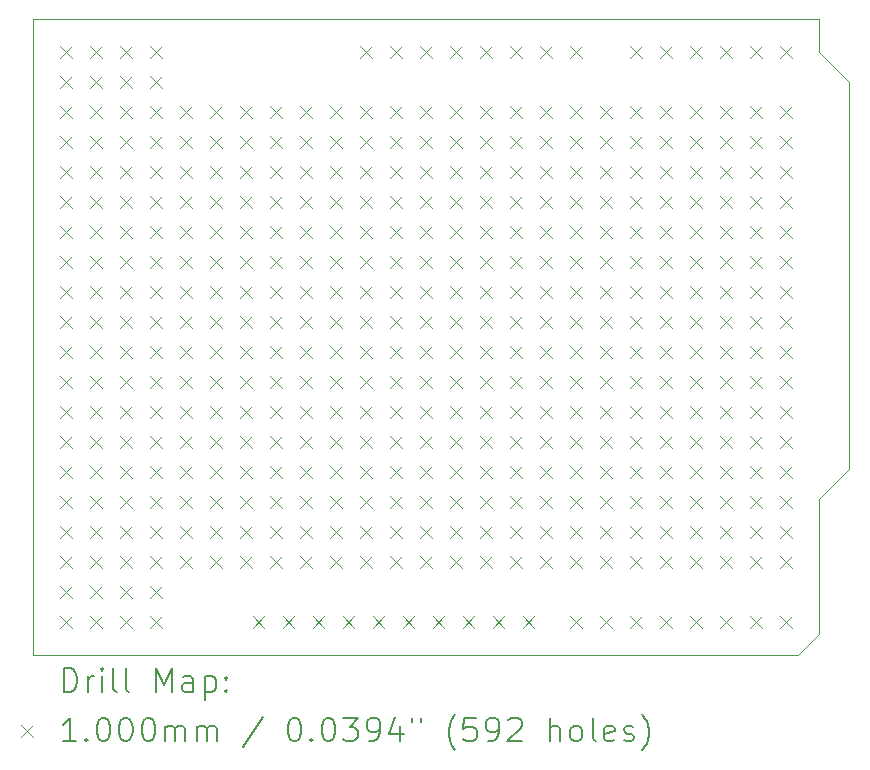
<source format=gbr>
%TF.GenerationSoftware,KiCad,Pcbnew,8.0.1*%
%TF.CreationDate,2024-04-20T17:55:10+02:00*%
%TF.ProjectId,Arduino_PCB,41726475-696e-46f5-9f50-43422e6b6963,rev?*%
%TF.SameCoordinates,Original*%
%TF.FileFunction,Drillmap*%
%TF.FilePolarity,Positive*%
%FSLAX45Y45*%
G04 Gerber Fmt 4.5, Leading zero omitted, Abs format (unit mm)*
G04 Created by KiCad (PCBNEW 8.0.1) date 2024-04-20 17:55:10*
%MOMM*%
%LPD*%
G01*
G04 APERTURE LIST*
%ADD10C,0.050000*%
%ADD11C,0.200000*%
%ADD12C,0.100000*%
G04 APERTURE END LIST*
D10*
X16011000Y-3925000D02*
X9357000Y-3925000D01*
X16011000Y-4204000D02*
X16011000Y-3925000D01*
X16265000Y-4458000D02*
X16011000Y-4204000D01*
X16265000Y-7735000D02*
X16265000Y-4458000D01*
X16011000Y-7989000D02*
X16265000Y-7735000D01*
X16011000Y-9132000D02*
X16011000Y-7989000D01*
X15834000Y-9309000D02*
X16011000Y-9132000D01*
X9357000Y-9309000D02*
X15834000Y-9309000D01*
X9357000Y-3925000D02*
X9357000Y-9309000D01*
D11*
D12*
X9586000Y-4154000D02*
X9686000Y-4254000D01*
X9686000Y-4154000D02*
X9586000Y-4254000D01*
X9586000Y-4154000D02*
X9686000Y-4254000D01*
X9686000Y-4154000D02*
X9586000Y-4254000D01*
X9586000Y-4408000D02*
X9686000Y-4508000D01*
X9686000Y-4408000D02*
X9586000Y-4508000D01*
X9586000Y-4408000D02*
X9686000Y-4508000D01*
X9686000Y-4408000D02*
X9586000Y-4508000D01*
X9586000Y-4662000D02*
X9686000Y-4762000D01*
X9686000Y-4662000D02*
X9586000Y-4762000D01*
X9586000Y-4662000D02*
X9686000Y-4762000D01*
X9686000Y-4662000D02*
X9586000Y-4762000D01*
X9586000Y-4662000D02*
X9686000Y-4762000D01*
X9686000Y-4662000D02*
X9586000Y-4762000D01*
X9586000Y-4916000D02*
X9686000Y-5016000D01*
X9686000Y-4916000D02*
X9586000Y-5016000D01*
X9586000Y-4916000D02*
X9686000Y-5016000D01*
X9686000Y-4916000D02*
X9586000Y-5016000D01*
X9586000Y-4916000D02*
X9686000Y-5016000D01*
X9686000Y-4916000D02*
X9586000Y-5016000D01*
X9586000Y-5170000D02*
X9686000Y-5270000D01*
X9686000Y-5170000D02*
X9586000Y-5270000D01*
X9586000Y-5170000D02*
X9686000Y-5270000D01*
X9686000Y-5170000D02*
X9586000Y-5270000D01*
X9586000Y-5170500D02*
X9686000Y-5270500D01*
X9686000Y-5170500D02*
X9586000Y-5270500D01*
X9586000Y-5424000D02*
X9686000Y-5524000D01*
X9686000Y-5424000D02*
X9586000Y-5524000D01*
X9586000Y-5424000D02*
X9686000Y-5524000D01*
X9686000Y-5424000D02*
X9586000Y-5524000D01*
X9586000Y-5424000D02*
X9686000Y-5524000D01*
X9686000Y-5424000D02*
X9586000Y-5524000D01*
X9586000Y-5678000D02*
X9686000Y-5778000D01*
X9686000Y-5678000D02*
X9586000Y-5778000D01*
X9586000Y-5678000D02*
X9686000Y-5778000D01*
X9686000Y-5678000D02*
X9586000Y-5778000D01*
X9586000Y-5678000D02*
X9686000Y-5778000D01*
X9686000Y-5678000D02*
X9586000Y-5778000D01*
X9586000Y-5932000D02*
X9686000Y-6032000D01*
X9686000Y-5932000D02*
X9586000Y-6032000D01*
X9586000Y-5932000D02*
X9686000Y-6032000D01*
X9686000Y-5932000D02*
X9586000Y-6032000D01*
X9586000Y-5932500D02*
X9686000Y-6032500D01*
X9686000Y-5932500D02*
X9586000Y-6032500D01*
X9586000Y-6186000D02*
X9686000Y-6286000D01*
X9686000Y-6186000D02*
X9586000Y-6286000D01*
X9586000Y-6186000D02*
X9686000Y-6286000D01*
X9686000Y-6186000D02*
X9586000Y-6286000D01*
X9586000Y-6186000D02*
X9686000Y-6286000D01*
X9686000Y-6186000D02*
X9586000Y-6286000D01*
X9586000Y-6440000D02*
X9686000Y-6540000D01*
X9686000Y-6440000D02*
X9586000Y-6540000D01*
X9586000Y-6440000D02*
X9686000Y-6540000D01*
X9686000Y-6440000D02*
X9586000Y-6540000D01*
X9586000Y-6440000D02*
X9686000Y-6540000D01*
X9686000Y-6440000D02*
X9586000Y-6540000D01*
X9586000Y-6694000D02*
X9686000Y-6794000D01*
X9686000Y-6694000D02*
X9586000Y-6794000D01*
X9586000Y-6694000D02*
X9686000Y-6794000D01*
X9686000Y-6694000D02*
X9586000Y-6794000D01*
X9586000Y-6694500D02*
X9686000Y-6794500D01*
X9686000Y-6694500D02*
X9586000Y-6794500D01*
X9586000Y-6948000D02*
X9686000Y-7048000D01*
X9686000Y-6948000D02*
X9586000Y-7048000D01*
X9586000Y-6948000D02*
X9686000Y-7048000D01*
X9686000Y-6948000D02*
X9586000Y-7048000D01*
X9586000Y-6948000D02*
X9686000Y-7048000D01*
X9686000Y-6948000D02*
X9586000Y-7048000D01*
X9586000Y-7202000D02*
X9686000Y-7302000D01*
X9686000Y-7202000D02*
X9586000Y-7302000D01*
X9586000Y-7202000D02*
X9686000Y-7302000D01*
X9686000Y-7202000D02*
X9586000Y-7302000D01*
X9586000Y-7202000D02*
X9686000Y-7302000D01*
X9686000Y-7202000D02*
X9586000Y-7302000D01*
X9586000Y-7456000D02*
X9686000Y-7556000D01*
X9686000Y-7456000D02*
X9586000Y-7556000D01*
X9586000Y-7456000D02*
X9686000Y-7556000D01*
X9686000Y-7456000D02*
X9586000Y-7556000D01*
X9586000Y-7456500D02*
X9686000Y-7556500D01*
X9686000Y-7456500D02*
X9586000Y-7556500D01*
X9586000Y-7710000D02*
X9686000Y-7810000D01*
X9686000Y-7710000D02*
X9586000Y-7810000D01*
X9586000Y-7710000D02*
X9686000Y-7810000D01*
X9686000Y-7710000D02*
X9586000Y-7810000D01*
X9586000Y-7710000D02*
X9686000Y-7810000D01*
X9686000Y-7710000D02*
X9586000Y-7810000D01*
X9586000Y-7964000D02*
X9686000Y-8064000D01*
X9686000Y-7964000D02*
X9586000Y-8064000D01*
X9586000Y-7964000D02*
X9686000Y-8064000D01*
X9686000Y-7964000D02*
X9586000Y-8064000D01*
X9586000Y-7964000D02*
X9686000Y-8064000D01*
X9686000Y-7964000D02*
X9586000Y-8064000D01*
X9586000Y-8218000D02*
X9686000Y-8318000D01*
X9686000Y-8218000D02*
X9586000Y-8318000D01*
X9586000Y-8218000D02*
X9686000Y-8318000D01*
X9686000Y-8218000D02*
X9586000Y-8318000D01*
X9586000Y-8218500D02*
X9686000Y-8318500D01*
X9686000Y-8218500D02*
X9586000Y-8318500D01*
X9586000Y-8472000D02*
X9686000Y-8572000D01*
X9686000Y-8472000D02*
X9586000Y-8572000D01*
X9586000Y-8472000D02*
X9686000Y-8572000D01*
X9686000Y-8472000D02*
X9586000Y-8572000D01*
X9586000Y-8472000D02*
X9686000Y-8572000D01*
X9686000Y-8472000D02*
X9586000Y-8572000D01*
X9586000Y-8726000D02*
X9686000Y-8826000D01*
X9686000Y-8726000D02*
X9586000Y-8826000D01*
X9586000Y-8726000D02*
X9686000Y-8826000D01*
X9686000Y-8726000D02*
X9586000Y-8826000D01*
X9586000Y-8980000D02*
X9686000Y-9080000D01*
X9686000Y-8980000D02*
X9586000Y-9080000D01*
X9586000Y-8980000D02*
X9686000Y-9080000D01*
X9686000Y-8980000D02*
X9586000Y-9080000D01*
X9840000Y-4154000D02*
X9940000Y-4254000D01*
X9940000Y-4154000D02*
X9840000Y-4254000D01*
X9840000Y-4154000D02*
X9940000Y-4254000D01*
X9940000Y-4154000D02*
X9840000Y-4254000D01*
X9840000Y-4408000D02*
X9940000Y-4508000D01*
X9940000Y-4408000D02*
X9840000Y-4508000D01*
X9840000Y-4408000D02*
X9940000Y-4508000D01*
X9940000Y-4408000D02*
X9840000Y-4508000D01*
X9840000Y-4662000D02*
X9940000Y-4762000D01*
X9940000Y-4662000D02*
X9840000Y-4762000D01*
X9840000Y-4662000D02*
X9940000Y-4762000D01*
X9940000Y-4662000D02*
X9840000Y-4762000D01*
X9840000Y-4662000D02*
X9940000Y-4762000D01*
X9940000Y-4662000D02*
X9840000Y-4762000D01*
X9840000Y-4916000D02*
X9940000Y-5016000D01*
X9940000Y-4916000D02*
X9840000Y-5016000D01*
X9840000Y-4916000D02*
X9940000Y-5016000D01*
X9940000Y-4916000D02*
X9840000Y-5016000D01*
X9840000Y-4916000D02*
X9940000Y-5016000D01*
X9940000Y-4916000D02*
X9840000Y-5016000D01*
X9840000Y-5170000D02*
X9940000Y-5270000D01*
X9940000Y-5170000D02*
X9840000Y-5270000D01*
X9840000Y-5170000D02*
X9940000Y-5270000D01*
X9940000Y-5170000D02*
X9840000Y-5270000D01*
X9840000Y-5170500D02*
X9940000Y-5270500D01*
X9940000Y-5170500D02*
X9840000Y-5270500D01*
X9840000Y-5424000D02*
X9940000Y-5524000D01*
X9940000Y-5424000D02*
X9840000Y-5524000D01*
X9840000Y-5424000D02*
X9940000Y-5524000D01*
X9940000Y-5424000D02*
X9840000Y-5524000D01*
X9840000Y-5424000D02*
X9940000Y-5524000D01*
X9940000Y-5424000D02*
X9840000Y-5524000D01*
X9840000Y-5678000D02*
X9940000Y-5778000D01*
X9940000Y-5678000D02*
X9840000Y-5778000D01*
X9840000Y-5678000D02*
X9940000Y-5778000D01*
X9940000Y-5678000D02*
X9840000Y-5778000D01*
X9840000Y-5678000D02*
X9940000Y-5778000D01*
X9940000Y-5678000D02*
X9840000Y-5778000D01*
X9840000Y-5932000D02*
X9940000Y-6032000D01*
X9940000Y-5932000D02*
X9840000Y-6032000D01*
X9840000Y-5932000D02*
X9940000Y-6032000D01*
X9940000Y-5932000D02*
X9840000Y-6032000D01*
X9840000Y-5932500D02*
X9940000Y-6032500D01*
X9940000Y-5932500D02*
X9840000Y-6032500D01*
X9840000Y-6186000D02*
X9940000Y-6286000D01*
X9940000Y-6186000D02*
X9840000Y-6286000D01*
X9840000Y-6186000D02*
X9940000Y-6286000D01*
X9940000Y-6186000D02*
X9840000Y-6286000D01*
X9840000Y-6186000D02*
X9940000Y-6286000D01*
X9940000Y-6186000D02*
X9840000Y-6286000D01*
X9840000Y-6440000D02*
X9940000Y-6540000D01*
X9940000Y-6440000D02*
X9840000Y-6540000D01*
X9840000Y-6440000D02*
X9940000Y-6540000D01*
X9940000Y-6440000D02*
X9840000Y-6540000D01*
X9840000Y-6440000D02*
X9940000Y-6540000D01*
X9940000Y-6440000D02*
X9840000Y-6540000D01*
X9840000Y-6694000D02*
X9940000Y-6794000D01*
X9940000Y-6694000D02*
X9840000Y-6794000D01*
X9840000Y-6694000D02*
X9940000Y-6794000D01*
X9940000Y-6694000D02*
X9840000Y-6794000D01*
X9840000Y-6694500D02*
X9940000Y-6794500D01*
X9940000Y-6694500D02*
X9840000Y-6794500D01*
X9840000Y-6948000D02*
X9940000Y-7048000D01*
X9940000Y-6948000D02*
X9840000Y-7048000D01*
X9840000Y-6948000D02*
X9940000Y-7048000D01*
X9940000Y-6948000D02*
X9840000Y-7048000D01*
X9840000Y-6948000D02*
X9940000Y-7048000D01*
X9940000Y-6948000D02*
X9840000Y-7048000D01*
X9840000Y-7202000D02*
X9940000Y-7302000D01*
X9940000Y-7202000D02*
X9840000Y-7302000D01*
X9840000Y-7202000D02*
X9940000Y-7302000D01*
X9940000Y-7202000D02*
X9840000Y-7302000D01*
X9840000Y-7202000D02*
X9940000Y-7302000D01*
X9940000Y-7202000D02*
X9840000Y-7302000D01*
X9840000Y-7456000D02*
X9940000Y-7556000D01*
X9940000Y-7456000D02*
X9840000Y-7556000D01*
X9840000Y-7456000D02*
X9940000Y-7556000D01*
X9940000Y-7456000D02*
X9840000Y-7556000D01*
X9840000Y-7456500D02*
X9940000Y-7556500D01*
X9940000Y-7456500D02*
X9840000Y-7556500D01*
X9840000Y-7710000D02*
X9940000Y-7810000D01*
X9940000Y-7710000D02*
X9840000Y-7810000D01*
X9840000Y-7710000D02*
X9940000Y-7810000D01*
X9940000Y-7710000D02*
X9840000Y-7810000D01*
X9840000Y-7710000D02*
X9940000Y-7810000D01*
X9940000Y-7710000D02*
X9840000Y-7810000D01*
X9840000Y-7964000D02*
X9940000Y-8064000D01*
X9940000Y-7964000D02*
X9840000Y-8064000D01*
X9840000Y-7964000D02*
X9940000Y-8064000D01*
X9940000Y-7964000D02*
X9840000Y-8064000D01*
X9840000Y-7964000D02*
X9940000Y-8064000D01*
X9940000Y-7964000D02*
X9840000Y-8064000D01*
X9840000Y-8218000D02*
X9940000Y-8318000D01*
X9940000Y-8218000D02*
X9840000Y-8318000D01*
X9840000Y-8218000D02*
X9940000Y-8318000D01*
X9940000Y-8218000D02*
X9840000Y-8318000D01*
X9840000Y-8218500D02*
X9940000Y-8318500D01*
X9940000Y-8218500D02*
X9840000Y-8318500D01*
X9840000Y-8472000D02*
X9940000Y-8572000D01*
X9940000Y-8472000D02*
X9840000Y-8572000D01*
X9840000Y-8472000D02*
X9940000Y-8572000D01*
X9940000Y-8472000D02*
X9840000Y-8572000D01*
X9840000Y-8472000D02*
X9940000Y-8572000D01*
X9940000Y-8472000D02*
X9840000Y-8572000D01*
X9840000Y-8726000D02*
X9940000Y-8826000D01*
X9940000Y-8726000D02*
X9840000Y-8826000D01*
X9840000Y-8726000D02*
X9940000Y-8826000D01*
X9940000Y-8726000D02*
X9840000Y-8826000D01*
X9840000Y-8980000D02*
X9940000Y-9080000D01*
X9940000Y-8980000D02*
X9840000Y-9080000D01*
X9840000Y-8980000D02*
X9940000Y-9080000D01*
X9940000Y-8980000D02*
X9840000Y-9080000D01*
X10094000Y-4154000D02*
X10194000Y-4254000D01*
X10194000Y-4154000D02*
X10094000Y-4254000D01*
X10094000Y-4154000D02*
X10194000Y-4254000D01*
X10194000Y-4154000D02*
X10094000Y-4254000D01*
X10094000Y-4408000D02*
X10194000Y-4508000D01*
X10194000Y-4408000D02*
X10094000Y-4508000D01*
X10094000Y-4408000D02*
X10194000Y-4508000D01*
X10194000Y-4408000D02*
X10094000Y-4508000D01*
X10094000Y-4662000D02*
X10194000Y-4762000D01*
X10194000Y-4662000D02*
X10094000Y-4762000D01*
X10094000Y-4662000D02*
X10194000Y-4762000D01*
X10194000Y-4662000D02*
X10094000Y-4762000D01*
X10094000Y-4662000D02*
X10194000Y-4762000D01*
X10194000Y-4662000D02*
X10094000Y-4762000D01*
X10094000Y-4916000D02*
X10194000Y-5016000D01*
X10194000Y-4916000D02*
X10094000Y-5016000D01*
X10094000Y-4916000D02*
X10194000Y-5016000D01*
X10194000Y-4916000D02*
X10094000Y-5016000D01*
X10094000Y-4916000D02*
X10194000Y-5016000D01*
X10194000Y-4916000D02*
X10094000Y-5016000D01*
X10094000Y-5170000D02*
X10194000Y-5270000D01*
X10194000Y-5170000D02*
X10094000Y-5270000D01*
X10094000Y-5170000D02*
X10194000Y-5270000D01*
X10194000Y-5170000D02*
X10094000Y-5270000D01*
X10094000Y-5170500D02*
X10194000Y-5270500D01*
X10194000Y-5170500D02*
X10094000Y-5270500D01*
X10094000Y-5424000D02*
X10194000Y-5524000D01*
X10194000Y-5424000D02*
X10094000Y-5524000D01*
X10094000Y-5424000D02*
X10194000Y-5524000D01*
X10194000Y-5424000D02*
X10094000Y-5524000D01*
X10094000Y-5424000D02*
X10194000Y-5524000D01*
X10194000Y-5424000D02*
X10094000Y-5524000D01*
X10094000Y-5678000D02*
X10194000Y-5778000D01*
X10194000Y-5678000D02*
X10094000Y-5778000D01*
X10094000Y-5678000D02*
X10194000Y-5778000D01*
X10194000Y-5678000D02*
X10094000Y-5778000D01*
X10094000Y-5678000D02*
X10194000Y-5778000D01*
X10194000Y-5678000D02*
X10094000Y-5778000D01*
X10094000Y-5932000D02*
X10194000Y-6032000D01*
X10194000Y-5932000D02*
X10094000Y-6032000D01*
X10094000Y-5932000D02*
X10194000Y-6032000D01*
X10194000Y-5932000D02*
X10094000Y-6032000D01*
X10094000Y-5932500D02*
X10194000Y-6032500D01*
X10194000Y-5932500D02*
X10094000Y-6032500D01*
X10094000Y-6186000D02*
X10194000Y-6286000D01*
X10194000Y-6186000D02*
X10094000Y-6286000D01*
X10094000Y-6186000D02*
X10194000Y-6286000D01*
X10194000Y-6186000D02*
X10094000Y-6286000D01*
X10094000Y-6186000D02*
X10194000Y-6286000D01*
X10194000Y-6186000D02*
X10094000Y-6286000D01*
X10094000Y-6440000D02*
X10194000Y-6540000D01*
X10194000Y-6440000D02*
X10094000Y-6540000D01*
X10094000Y-6440000D02*
X10194000Y-6540000D01*
X10194000Y-6440000D02*
X10094000Y-6540000D01*
X10094000Y-6440000D02*
X10194000Y-6540000D01*
X10194000Y-6440000D02*
X10094000Y-6540000D01*
X10094000Y-6694000D02*
X10194000Y-6794000D01*
X10194000Y-6694000D02*
X10094000Y-6794000D01*
X10094000Y-6694000D02*
X10194000Y-6794000D01*
X10194000Y-6694000D02*
X10094000Y-6794000D01*
X10094000Y-6694500D02*
X10194000Y-6794500D01*
X10194000Y-6694500D02*
X10094000Y-6794500D01*
X10094000Y-6948000D02*
X10194000Y-7048000D01*
X10194000Y-6948000D02*
X10094000Y-7048000D01*
X10094000Y-6948000D02*
X10194000Y-7048000D01*
X10194000Y-6948000D02*
X10094000Y-7048000D01*
X10094000Y-6948000D02*
X10194000Y-7048000D01*
X10194000Y-6948000D02*
X10094000Y-7048000D01*
X10094000Y-7202000D02*
X10194000Y-7302000D01*
X10194000Y-7202000D02*
X10094000Y-7302000D01*
X10094000Y-7202000D02*
X10194000Y-7302000D01*
X10194000Y-7202000D02*
X10094000Y-7302000D01*
X10094000Y-7202000D02*
X10194000Y-7302000D01*
X10194000Y-7202000D02*
X10094000Y-7302000D01*
X10094000Y-7456000D02*
X10194000Y-7556000D01*
X10194000Y-7456000D02*
X10094000Y-7556000D01*
X10094000Y-7456000D02*
X10194000Y-7556000D01*
X10194000Y-7456000D02*
X10094000Y-7556000D01*
X10094000Y-7456500D02*
X10194000Y-7556500D01*
X10194000Y-7456500D02*
X10094000Y-7556500D01*
X10094000Y-7710000D02*
X10194000Y-7810000D01*
X10194000Y-7710000D02*
X10094000Y-7810000D01*
X10094000Y-7710000D02*
X10194000Y-7810000D01*
X10194000Y-7710000D02*
X10094000Y-7810000D01*
X10094000Y-7710000D02*
X10194000Y-7810000D01*
X10194000Y-7710000D02*
X10094000Y-7810000D01*
X10094000Y-7964000D02*
X10194000Y-8064000D01*
X10194000Y-7964000D02*
X10094000Y-8064000D01*
X10094000Y-7964000D02*
X10194000Y-8064000D01*
X10194000Y-7964000D02*
X10094000Y-8064000D01*
X10094000Y-7964000D02*
X10194000Y-8064000D01*
X10194000Y-7964000D02*
X10094000Y-8064000D01*
X10094000Y-8218000D02*
X10194000Y-8318000D01*
X10194000Y-8218000D02*
X10094000Y-8318000D01*
X10094000Y-8218000D02*
X10194000Y-8318000D01*
X10194000Y-8218000D02*
X10094000Y-8318000D01*
X10094000Y-8218500D02*
X10194000Y-8318500D01*
X10194000Y-8218500D02*
X10094000Y-8318500D01*
X10094000Y-8472000D02*
X10194000Y-8572000D01*
X10194000Y-8472000D02*
X10094000Y-8572000D01*
X10094000Y-8472000D02*
X10194000Y-8572000D01*
X10194000Y-8472000D02*
X10094000Y-8572000D01*
X10094000Y-8472000D02*
X10194000Y-8572000D01*
X10194000Y-8472000D02*
X10094000Y-8572000D01*
X10094000Y-8726000D02*
X10194000Y-8826000D01*
X10194000Y-8726000D02*
X10094000Y-8826000D01*
X10094000Y-8726000D02*
X10194000Y-8826000D01*
X10194000Y-8726000D02*
X10094000Y-8826000D01*
X10094000Y-8980000D02*
X10194000Y-9080000D01*
X10194000Y-8980000D02*
X10094000Y-9080000D01*
X10094000Y-8980000D02*
X10194000Y-9080000D01*
X10194000Y-8980000D02*
X10094000Y-9080000D01*
X10348000Y-4154000D02*
X10448000Y-4254000D01*
X10448000Y-4154000D02*
X10348000Y-4254000D01*
X10348000Y-4154000D02*
X10448000Y-4254000D01*
X10448000Y-4154000D02*
X10348000Y-4254000D01*
X10348000Y-4408000D02*
X10448000Y-4508000D01*
X10448000Y-4408000D02*
X10348000Y-4508000D01*
X10348000Y-4408000D02*
X10448000Y-4508000D01*
X10448000Y-4408000D02*
X10348000Y-4508000D01*
X10348000Y-4662000D02*
X10448000Y-4762000D01*
X10448000Y-4662000D02*
X10348000Y-4762000D01*
X10348000Y-4662000D02*
X10448000Y-4762000D01*
X10448000Y-4662000D02*
X10348000Y-4762000D01*
X10348000Y-4662000D02*
X10448000Y-4762000D01*
X10448000Y-4662000D02*
X10348000Y-4762000D01*
X10348000Y-4916000D02*
X10448000Y-5016000D01*
X10448000Y-4916000D02*
X10348000Y-5016000D01*
X10348000Y-4916000D02*
X10448000Y-5016000D01*
X10448000Y-4916000D02*
X10348000Y-5016000D01*
X10348000Y-4916000D02*
X10448000Y-5016000D01*
X10448000Y-4916000D02*
X10348000Y-5016000D01*
X10348000Y-5170000D02*
X10448000Y-5270000D01*
X10448000Y-5170000D02*
X10348000Y-5270000D01*
X10348000Y-5170000D02*
X10448000Y-5270000D01*
X10448000Y-5170000D02*
X10348000Y-5270000D01*
X10348000Y-5170500D02*
X10448000Y-5270500D01*
X10448000Y-5170500D02*
X10348000Y-5270500D01*
X10348000Y-5424000D02*
X10448000Y-5524000D01*
X10448000Y-5424000D02*
X10348000Y-5524000D01*
X10348000Y-5424000D02*
X10448000Y-5524000D01*
X10448000Y-5424000D02*
X10348000Y-5524000D01*
X10348000Y-5424000D02*
X10448000Y-5524000D01*
X10448000Y-5424000D02*
X10348000Y-5524000D01*
X10348000Y-5678000D02*
X10448000Y-5778000D01*
X10448000Y-5678000D02*
X10348000Y-5778000D01*
X10348000Y-5678000D02*
X10448000Y-5778000D01*
X10448000Y-5678000D02*
X10348000Y-5778000D01*
X10348000Y-5678000D02*
X10448000Y-5778000D01*
X10448000Y-5678000D02*
X10348000Y-5778000D01*
X10348000Y-5932000D02*
X10448000Y-6032000D01*
X10448000Y-5932000D02*
X10348000Y-6032000D01*
X10348000Y-5932000D02*
X10448000Y-6032000D01*
X10448000Y-5932000D02*
X10348000Y-6032000D01*
X10348000Y-5932500D02*
X10448000Y-6032500D01*
X10448000Y-5932500D02*
X10348000Y-6032500D01*
X10348000Y-6186000D02*
X10448000Y-6286000D01*
X10448000Y-6186000D02*
X10348000Y-6286000D01*
X10348000Y-6186000D02*
X10448000Y-6286000D01*
X10448000Y-6186000D02*
X10348000Y-6286000D01*
X10348000Y-6186000D02*
X10448000Y-6286000D01*
X10448000Y-6186000D02*
X10348000Y-6286000D01*
X10348000Y-6440000D02*
X10448000Y-6540000D01*
X10448000Y-6440000D02*
X10348000Y-6540000D01*
X10348000Y-6440000D02*
X10448000Y-6540000D01*
X10448000Y-6440000D02*
X10348000Y-6540000D01*
X10348000Y-6440000D02*
X10448000Y-6540000D01*
X10448000Y-6440000D02*
X10348000Y-6540000D01*
X10348000Y-6694000D02*
X10448000Y-6794000D01*
X10448000Y-6694000D02*
X10348000Y-6794000D01*
X10348000Y-6694000D02*
X10448000Y-6794000D01*
X10448000Y-6694000D02*
X10348000Y-6794000D01*
X10348000Y-6694500D02*
X10448000Y-6794500D01*
X10448000Y-6694500D02*
X10348000Y-6794500D01*
X10348000Y-6948000D02*
X10448000Y-7048000D01*
X10448000Y-6948000D02*
X10348000Y-7048000D01*
X10348000Y-6948000D02*
X10448000Y-7048000D01*
X10448000Y-6948000D02*
X10348000Y-7048000D01*
X10348000Y-6948000D02*
X10448000Y-7048000D01*
X10448000Y-6948000D02*
X10348000Y-7048000D01*
X10348000Y-7202000D02*
X10448000Y-7302000D01*
X10448000Y-7202000D02*
X10348000Y-7302000D01*
X10348000Y-7202000D02*
X10448000Y-7302000D01*
X10448000Y-7202000D02*
X10348000Y-7302000D01*
X10348000Y-7202000D02*
X10448000Y-7302000D01*
X10448000Y-7202000D02*
X10348000Y-7302000D01*
X10348000Y-7456000D02*
X10448000Y-7556000D01*
X10448000Y-7456000D02*
X10348000Y-7556000D01*
X10348000Y-7456000D02*
X10448000Y-7556000D01*
X10448000Y-7456000D02*
X10348000Y-7556000D01*
X10348000Y-7456500D02*
X10448000Y-7556500D01*
X10448000Y-7456500D02*
X10348000Y-7556500D01*
X10348000Y-7710000D02*
X10448000Y-7810000D01*
X10448000Y-7710000D02*
X10348000Y-7810000D01*
X10348000Y-7710000D02*
X10448000Y-7810000D01*
X10448000Y-7710000D02*
X10348000Y-7810000D01*
X10348000Y-7710000D02*
X10448000Y-7810000D01*
X10448000Y-7710000D02*
X10348000Y-7810000D01*
X10348000Y-7964000D02*
X10448000Y-8064000D01*
X10448000Y-7964000D02*
X10348000Y-8064000D01*
X10348000Y-7964000D02*
X10448000Y-8064000D01*
X10448000Y-7964000D02*
X10348000Y-8064000D01*
X10348000Y-7964000D02*
X10448000Y-8064000D01*
X10448000Y-7964000D02*
X10348000Y-8064000D01*
X10348000Y-8218000D02*
X10448000Y-8318000D01*
X10448000Y-8218000D02*
X10348000Y-8318000D01*
X10348000Y-8218000D02*
X10448000Y-8318000D01*
X10448000Y-8218000D02*
X10348000Y-8318000D01*
X10348000Y-8218500D02*
X10448000Y-8318500D01*
X10448000Y-8218500D02*
X10348000Y-8318500D01*
X10348000Y-8472000D02*
X10448000Y-8572000D01*
X10448000Y-8472000D02*
X10348000Y-8572000D01*
X10348000Y-8472000D02*
X10448000Y-8572000D01*
X10448000Y-8472000D02*
X10348000Y-8572000D01*
X10348000Y-8472000D02*
X10448000Y-8572000D01*
X10448000Y-8472000D02*
X10348000Y-8572000D01*
X10348000Y-8726000D02*
X10448000Y-8826000D01*
X10448000Y-8726000D02*
X10348000Y-8826000D01*
X10348000Y-8726000D02*
X10448000Y-8826000D01*
X10448000Y-8726000D02*
X10348000Y-8826000D01*
X10348000Y-8980000D02*
X10448000Y-9080000D01*
X10448000Y-8980000D02*
X10348000Y-9080000D01*
X10348000Y-8980000D02*
X10448000Y-9080000D01*
X10448000Y-8980000D02*
X10348000Y-9080000D01*
X10602000Y-4662000D02*
X10702000Y-4762000D01*
X10702000Y-4662000D02*
X10602000Y-4762000D01*
X10602000Y-4916000D02*
X10702000Y-5016000D01*
X10702000Y-4916000D02*
X10602000Y-5016000D01*
X10602000Y-5170500D02*
X10702000Y-5270500D01*
X10702000Y-5170500D02*
X10602000Y-5270500D01*
X10602000Y-5424000D02*
X10702000Y-5524000D01*
X10702000Y-5424000D02*
X10602000Y-5524000D01*
X10602000Y-5678000D02*
X10702000Y-5778000D01*
X10702000Y-5678000D02*
X10602000Y-5778000D01*
X10602000Y-5932500D02*
X10702000Y-6032500D01*
X10702000Y-5932500D02*
X10602000Y-6032500D01*
X10602000Y-6186000D02*
X10702000Y-6286000D01*
X10702000Y-6186000D02*
X10602000Y-6286000D01*
X10602000Y-6440000D02*
X10702000Y-6540000D01*
X10702000Y-6440000D02*
X10602000Y-6540000D01*
X10602000Y-6694500D02*
X10702000Y-6794500D01*
X10702000Y-6694500D02*
X10602000Y-6794500D01*
X10602000Y-6948000D02*
X10702000Y-7048000D01*
X10702000Y-6948000D02*
X10602000Y-7048000D01*
X10602000Y-7202000D02*
X10702000Y-7302000D01*
X10702000Y-7202000D02*
X10602000Y-7302000D01*
X10602000Y-7456500D02*
X10702000Y-7556500D01*
X10702000Y-7456500D02*
X10602000Y-7556500D01*
X10602000Y-7710000D02*
X10702000Y-7810000D01*
X10702000Y-7710000D02*
X10602000Y-7810000D01*
X10602000Y-7964000D02*
X10702000Y-8064000D01*
X10702000Y-7964000D02*
X10602000Y-8064000D01*
X10602000Y-8218500D02*
X10702000Y-8318500D01*
X10702000Y-8218500D02*
X10602000Y-8318500D01*
X10602000Y-8472000D02*
X10702000Y-8572000D01*
X10702000Y-8472000D02*
X10602000Y-8572000D01*
X10856000Y-4662000D02*
X10956000Y-4762000D01*
X10956000Y-4662000D02*
X10856000Y-4762000D01*
X10856000Y-4916000D02*
X10956000Y-5016000D01*
X10956000Y-4916000D02*
X10856000Y-5016000D01*
X10856000Y-5170500D02*
X10956000Y-5270500D01*
X10956000Y-5170500D02*
X10856000Y-5270500D01*
X10856000Y-5424000D02*
X10956000Y-5524000D01*
X10956000Y-5424000D02*
X10856000Y-5524000D01*
X10856000Y-5678000D02*
X10956000Y-5778000D01*
X10956000Y-5678000D02*
X10856000Y-5778000D01*
X10856000Y-5932500D02*
X10956000Y-6032500D01*
X10956000Y-5932500D02*
X10856000Y-6032500D01*
X10856000Y-6186000D02*
X10956000Y-6286000D01*
X10956000Y-6186000D02*
X10856000Y-6286000D01*
X10856000Y-6440000D02*
X10956000Y-6540000D01*
X10956000Y-6440000D02*
X10856000Y-6540000D01*
X10856000Y-6694500D02*
X10956000Y-6794500D01*
X10956000Y-6694500D02*
X10856000Y-6794500D01*
X10856000Y-6948000D02*
X10956000Y-7048000D01*
X10956000Y-6948000D02*
X10856000Y-7048000D01*
X10856000Y-7202000D02*
X10956000Y-7302000D01*
X10956000Y-7202000D02*
X10856000Y-7302000D01*
X10856000Y-7456500D02*
X10956000Y-7556500D01*
X10956000Y-7456500D02*
X10856000Y-7556500D01*
X10856000Y-7710000D02*
X10956000Y-7810000D01*
X10956000Y-7710000D02*
X10856000Y-7810000D01*
X10856000Y-7964000D02*
X10956000Y-8064000D01*
X10956000Y-7964000D02*
X10856000Y-8064000D01*
X10856000Y-8218500D02*
X10956000Y-8318500D01*
X10956000Y-8218500D02*
X10856000Y-8318500D01*
X10856000Y-8472000D02*
X10956000Y-8572000D01*
X10956000Y-8472000D02*
X10856000Y-8572000D01*
X11110000Y-4662000D02*
X11210000Y-4762000D01*
X11210000Y-4662000D02*
X11110000Y-4762000D01*
X11110000Y-4916000D02*
X11210000Y-5016000D01*
X11210000Y-4916000D02*
X11110000Y-5016000D01*
X11110000Y-5170500D02*
X11210000Y-5270500D01*
X11210000Y-5170500D02*
X11110000Y-5270500D01*
X11110000Y-5424000D02*
X11210000Y-5524000D01*
X11210000Y-5424000D02*
X11110000Y-5524000D01*
X11110000Y-5678000D02*
X11210000Y-5778000D01*
X11210000Y-5678000D02*
X11110000Y-5778000D01*
X11110000Y-5932500D02*
X11210000Y-6032500D01*
X11210000Y-5932500D02*
X11110000Y-6032500D01*
X11110000Y-6186000D02*
X11210000Y-6286000D01*
X11210000Y-6186000D02*
X11110000Y-6286000D01*
X11110000Y-6440000D02*
X11210000Y-6540000D01*
X11210000Y-6440000D02*
X11110000Y-6540000D01*
X11110000Y-6694500D02*
X11210000Y-6794500D01*
X11210000Y-6694500D02*
X11110000Y-6794500D01*
X11110000Y-6948000D02*
X11210000Y-7048000D01*
X11210000Y-6948000D02*
X11110000Y-7048000D01*
X11110000Y-7202000D02*
X11210000Y-7302000D01*
X11210000Y-7202000D02*
X11110000Y-7302000D01*
X11110000Y-7456500D02*
X11210000Y-7556500D01*
X11210000Y-7456500D02*
X11110000Y-7556500D01*
X11110000Y-7710000D02*
X11210000Y-7810000D01*
X11210000Y-7710000D02*
X11110000Y-7810000D01*
X11110000Y-7964000D02*
X11210000Y-8064000D01*
X11210000Y-7964000D02*
X11110000Y-8064000D01*
X11110000Y-8218500D02*
X11210000Y-8318500D01*
X11210000Y-8218500D02*
X11110000Y-8318500D01*
X11110000Y-8472000D02*
X11210000Y-8572000D01*
X11210000Y-8472000D02*
X11110000Y-8572000D01*
X11212000Y-8980000D02*
X11312000Y-9080000D01*
X11312000Y-8980000D02*
X11212000Y-9080000D01*
X11364000Y-4662000D02*
X11464000Y-4762000D01*
X11464000Y-4662000D02*
X11364000Y-4762000D01*
X11364000Y-4916000D02*
X11464000Y-5016000D01*
X11464000Y-4916000D02*
X11364000Y-5016000D01*
X11364000Y-5170500D02*
X11464000Y-5270500D01*
X11464000Y-5170500D02*
X11364000Y-5270500D01*
X11364000Y-5424000D02*
X11464000Y-5524000D01*
X11464000Y-5424000D02*
X11364000Y-5524000D01*
X11364000Y-5678000D02*
X11464000Y-5778000D01*
X11464000Y-5678000D02*
X11364000Y-5778000D01*
X11364000Y-5932500D02*
X11464000Y-6032500D01*
X11464000Y-5932500D02*
X11364000Y-6032500D01*
X11364000Y-6186000D02*
X11464000Y-6286000D01*
X11464000Y-6186000D02*
X11364000Y-6286000D01*
X11364000Y-6440000D02*
X11464000Y-6540000D01*
X11464000Y-6440000D02*
X11364000Y-6540000D01*
X11364000Y-6694500D02*
X11464000Y-6794500D01*
X11464000Y-6694500D02*
X11364000Y-6794500D01*
X11364000Y-6948000D02*
X11464000Y-7048000D01*
X11464000Y-6948000D02*
X11364000Y-7048000D01*
X11364000Y-7202000D02*
X11464000Y-7302000D01*
X11464000Y-7202000D02*
X11364000Y-7302000D01*
X11364000Y-7456500D02*
X11464000Y-7556500D01*
X11464000Y-7456500D02*
X11364000Y-7556500D01*
X11364000Y-7710000D02*
X11464000Y-7810000D01*
X11464000Y-7710000D02*
X11364000Y-7810000D01*
X11364000Y-7964000D02*
X11464000Y-8064000D01*
X11464000Y-7964000D02*
X11364000Y-8064000D01*
X11364000Y-8218500D02*
X11464000Y-8318500D01*
X11464000Y-8218500D02*
X11364000Y-8318500D01*
X11364000Y-8472000D02*
X11464000Y-8572000D01*
X11464000Y-8472000D02*
X11364000Y-8572000D01*
X11466000Y-8980000D02*
X11566000Y-9080000D01*
X11566000Y-8980000D02*
X11466000Y-9080000D01*
X11618000Y-4662000D02*
X11718000Y-4762000D01*
X11718000Y-4662000D02*
X11618000Y-4762000D01*
X11618000Y-4916000D02*
X11718000Y-5016000D01*
X11718000Y-4916000D02*
X11618000Y-5016000D01*
X11618000Y-5170500D02*
X11718000Y-5270500D01*
X11718000Y-5170500D02*
X11618000Y-5270500D01*
X11618000Y-5424000D02*
X11718000Y-5524000D01*
X11718000Y-5424000D02*
X11618000Y-5524000D01*
X11618000Y-5678000D02*
X11718000Y-5778000D01*
X11718000Y-5678000D02*
X11618000Y-5778000D01*
X11618000Y-5932500D02*
X11718000Y-6032500D01*
X11718000Y-5932500D02*
X11618000Y-6032500D01*
X11618000Y-6186000D02*
X11718000Y-6286000D01*
X11718000Y-6186000D02*
X11618000Y-6286000D01*
X11618000Y-6440000D02*
X11718000Y-6540000D01*
X11718000Y-6440000D02*
X11618000Y-6540000D01*
X11618000Y-6694500D02*
X11718000Y-6794500D01*
X11718000Y-6694500D02*
X11618000Y-6794500D01*
X11618000Y-6948000D02*
X11718000Y-7048000D01*
X11718000Y-6948000D02*
X11618000Y-7048000D01*
X11618000Y-7202000D02*
X11718000Y-7302000D01*
X11718000Y-7202000D02*
X11618000Y-7302000D01*
X11618000Y-7456500D02*
X11718000Y-7556500D01*
X11718000Y-7456500D02*
X11618000Y-7556500D01*
X11618000Y-7710000D02*
X11718000Y-7810000D01*
X11718000Y-7710000D02*
X11618000Y-7810000D01*
X11618000Y-7964000D02*
X11718000Y-8064000D01*
X11718000Y-7964000D02*
X11618000Y-8064000D01*
X11618000Y-8218500D02*
X11718000Y-8318500D01*
X11718000Y-8218500D02*
X11618000Y-8318500D01*
X11618000Y-8472000D02*
X11718000Y-8572000D01*
X11718000Y-8472000D02*
X11618000Y-8572000D01*
X11720000Y-8980000D02*
X11820000Y-9080000D01*
X11820000Y-8980000D02*
X11720000Y-9080000D01*
X11872000Y-4662000D02*
X11972000Y-4762000D01*
X11972000Y-4662000D02*
X11872000Y-4762000D01*
X11872000Y-4916000D02*
X11972000Y-5016000D01*
X11972000Y-4916000D02*
X11872000Y-5016000D01*
X11872000Y-5170500D02*
X11972000Y-5270500D01*
X11972000Y-5170500D02*
X11872000Y-5270500D01*
X11872000Y-5424000D02*
X11972000Y-5524000D01*
X11972000Y-5424000D02*
X11872000Y-5524000D01*
X11872000Y-5678000D02*
X11972000Y-5778000D01*
X11972000Y-5678000D02*
X11872000Y-5778000D01*
X11872000Y-5932500D02*
X11972000Y-6032500D01*
X11972000Y-5932500D02*
X11872000Y-6032500D01*
X11872000Y-6186000D02*
X11972000Y-6286000D01*
X11972000Y-6186000D02*
X11872000Y-6286000D01*
X11872000Y-6440000D02*
X11972000Y-6540000D01*
X11972000Y-6440000D02*
X11872000Y-6540000D01*
X11872000Y-6694500D02*
X11972000Y-6794500D01*
X11972000Y-6694500D02*
X11872000Y-6794500D01*
X11872000Y-6948000D02*
X11972000Y-7048000D01*
X11972000Y-6948000D02*
X11872000Y-7048000D01*
X11872000Y-7202000D02*
X11972000Y-7302000D01*
X11972000Y-7202000D02*
X11872000Y-7302000D01*
X11872000Y-7456500D02*
X11972000Y-7556500D01*
X11972000Y-7456500D02*
X11872000Y-7556500D01*
X11872000Y-7710000D02*
X11972000Y-7810000D01*
X11972000Y-7710000D02*
X11872000Y-7810000D01*
X11872000Y-7964000D02*
X11972000Y-8064000D01*
X11972000Y-7964000D02*
X11872000Y-8064000D01*
X11872000Y-8218500D02*
X11972000Y-8318500D01*
X11972000Y-8218500D02*
X11872000Y-8318500D01*
X11872000Y-8472000D02*
X11972000Y-8572000D01*
X11972000Y-8472000D02*
X11872000Y-8572000D01*
X11974000Y-8980000D02*
X12074000Y-9080000D01*
X12074000Y-8980000D02*
X11974000Y-9080000D01*
X12126000Y-4154000D02*
X12226000Y-4254000D01*
X12226000Y-4154000D02*
X12126000Y-4254000D01*
X12126000Y-4662000D02*
X12226000Y-4762000D01*
X12226000Y-4662000D02*
X12126000Y-4762000D01*
X12126000Y-4916000D02*
X12226000Y-5016000D01*
X12226000Y-4916000D02*
X12126000Y-5016000D01*
X12126000Y-5170500D02*
X12226000Y-5270500D01*
X12226000Y-5170500D02*
X12126000Y-5270500D01*
X12126000Y-5424000D02*
X12226000Y-5524000D01*
X12226000Y-5424000D02*
X12126000Y-5524000D01*
X12126000Y-5678000D02*
X12226000Y-5778000D01*
X12226000Y-5678000D02*
X12126000Y-5778000D01*
X12126000Y-5932500D02*
X12226000Y-6032500D01*
X12226000Y-5932500D02*
X12126000Y-6032500D01*
X12126000Y-6186000D02*
X12226000Y-6286000D01*
X12226000Y-6186000D02*
X12126000Y-6286000D01*
X12126000Y-6440000D02*
X12226000Y-6540000D01*
X12226000Y-6440000D02*
X12126000Y-6540000D01*
X12126000Y-6694500D02*
X12226000Y-6794500D01*
X12226000Y-6694500D02*
X12126000Y-6794500D01*
X12126000Y-6948000D02*
X12226000Y-7048000D01*
X12226000Y-6948000D02*
X12126000Y-7048000D01*
X12126000Y-7202000D02*
X12226000Y-7302000D01*
X12226000Y-7202000D02*
X12126000Y-7302000D01*
X12126000Y-7456500D02*
X12226000Y-7556500D01*
X12226000Y-7456500D02*
X12126000Y-7556500D01*
X12126000Y-7710000D02*
X12226000Y-7810000D01*
X12226000Y-7710000D02*
X12126000Y-7810000D01*
X12126000Y-7964000D02*
X12226000Y-8064000D01*
X12226000Y-7964000D02*
X12126000Y-8064000D01*
X12126000Y-8218500D02*
X12226000Y-8318500D01*
X12226000Y-8218500D02*
X12126000Y-8318500D01*
X12126000Y-8472000D02*
X12226000Y-8572000D01*
X12226000Y-8472000D02*
X12126000Y-8572000D01*
X12228000Y-8980000D02*
X12328000Y-9080000D01*
X12328000Y-8980000D02*
X12228000Y-9080000D01*
X12380000Y-4154000D02*
X12480000Y-4254000D01*
X12480000Y-4154000D02*
X12380000Y-4254000D01*
X12380000Y-4662000D02*
X12480000Y-4762000D01*
X12480000Y-4662000D02*
X12380000Y-4762000D01*
X12380000Y-4916000D02*
X12480000Y-5016000D01*
X12480000Y-4916000D02*
X12380000Y-5016000D01*
X12380000Y-5170500D02*
X12480000Y-5270500D01*
X12480000Y-5170500D02*
X12380000Y-5270500D01*
X12380000Y-5424000D02*
X12480000Y-5524000D01*
X12480000Y-5424000D02*
X12380000Y-5524000D01*
X12380000Y-5678000D02*
X12480000Y-5778000D01*
X12480000Y-5678000D02*
X12380000Y-5778000D01*
X12380000Y-5932500D02*
X12480000Y-6032500D01*
X12480000Y-5932500D02*
X12380000Y-6032500D01*
X12380000Y-6186000D02*
X12480000Y-6286000D01*
X12480000Y-6186000D02*
X12380000Y-6286000D01*
X12380000Y-6440000D02*
X12480000Y-6540000D01*
X12480000Y-6440000D02*
X12380000Y-6540000D01*
X12380000Y-6694500D02*
X12480000Y-6794500D01*
X12480000Y-6694500D02*
X12380000Y-6794500D01*
X12380000Y-6948000D02*
X12480000Y-7048000D01*
X12480000Y-6948000D02*
X12380000Y-7048000D01*
X12380000Y-7202000D02*
X12480000Y-7302000D01*
X12480000Y-7202000D02*
X12380000Y-7302000D01*
X12380000Y-7456500D02*
X12480000Y-7556500D01*
X12480000Y-7456500D02*
X12380000Y-7556500D01*
X12380000Y-7710000D02*
X12480000Y-7810000D01*
X12480000Y-7710000D02*
X12380000Y-7810000D01*
X12380000Y-7964000D02*
X12480000Y-8064000D01*
X12480000Y-7964000D02*
X12380000Y-8064000D01*
X12380000Y-8218500D02*
X12480000Y-8318500D01*
X12480000Y-8218500D02*
X12380000Y-8318500D01*
X12380000Y-8472000D02*
X12480000Y-8572000D01*
X12480000Y-8472000D02*
X12380000Y-8572000D01*
X12482000Y-8980000D02*
X12582000Y-9080000D01*
X12582000Y-8980000D02*
X12482000Y-9080000D01*
X12634000Y-4154000D02*
X12734000Y-4254000D01*
X12734000Y-4154000D02*
X12634000Y-4254000D01*
X12634000Y-4662000D02*
X12734000Y-4762000D01*
X12734000Y-4662000D02*
X12634000Y-4762000D01*
X12634000Y-4916000D02*
X12734000Y-5016000D01*
X12734000Y-4916000D02*
X12634000Y-5016000D01*
X12634000Y-5170500D02*
X12734000Y-5270500D01*
X12734000Y-5170500D02*
X12634000Y-5270500D01*
X12634000Y-5424000D02*
X12734000Y-5524000D01*
X12734000Y-5424000D02*
X12634000Y-5524000D01*
X12634000Y-5678000D02*
X12734000Y-5778000D01*
X12734000Y-5678000D02*
X12634000Y-5778000D01*
X12634000Y-5932500D02*
X12734000Y-6032500D01*
X12734000Y-5932500D02*
X12634000Y-6032500D01*
X12634000Y-6186000D02*
X12734000Y-6286000D01*
X12734000Y-6186000D02*
X12634000Y-6286000D01*
X12634000Y-6440000D02*
X12734000Y-6540000D01*
X12734000Y-6440000D02*
X12634000Y-6540000D01*
X12634000Y-6694500D02*
X12734000Y-6794500D01*
X12734000Y-6694500D02*
X12634000Y-6794500D01*
X12634000Y-6948000D02*
X12734000Y-7048000D01*
X12734000Y-6948000D02*
X12634000Y-7048000D01*
X12634000Y-7202000D02*
X12734000Y-7302000D01*
X12734000Y-7202000D02*
X12634000Y-7302000D01*
X12634000Y-7456500D02*
X12734000Y-7556500D01*
X12734000Y-7456500D02*
X12634000Y-7556500D01*
X12634000Y-7710000D02*
X12734000Y-7810000D01*
X12734000Y-7710000D02*
X12634000Y-7810000D01*
X12634000Y-7964000D02*
X12734000Y-8064000D01*
X12734000Y-7964000D02*
X12634000Y-8064000D01*
X12634000Y-8218500D02*
X12734000Y-8318500D01*
X12734000Y-8218500D02*
X12634000Y-8318500D01*
X12634000Y-8472000D02*
X12734000Y-8572000D01*
X12734000Y-8472000D02*
X12634000Y-8572000D01*
X12736000Y-8980000D02*
X12836000Y-9080000D01*
X12836000Y-8980000D02*
X12736000Y-9080000D01*
X12888000Y-4154000D02*
X12988000Y-4254000D01*
X12988000Y-4154000D02*
X12888000Y-4254000D01*
X12888000Y-4662000D02*
X12988000Y-4762000D01*
X12988000Y-4662000D02*
X12888000Y-4762000D01*
X12888000Y-4916000D02*
X12988000Y-5016000D01*
X12988000Y-4916000D02*
X12888000Y-5016000D01*
X12888000Y-5170500D02*
X12988000Y-5270500D01*
X12988000Y-5170500D02*
X12888000Y-5270500D01*
X12888000Y-5424000D02*
X12988000Y-5524000D01*
X12988000Y-5424000D02*
X12888000Y-5524000D01*
X12888000Y-5678000D02*
X12988000Y-5778000D01*
X12988000Y-5678000D02*
X12888000Y-5778000D01*
X12888000Y-5932500D02*
X12988000Y-6032500D01*
X12988000Y-5932500D02*
X12888000Y-6032500D01*
X12888000Y-6186000D02*
X12988000Y-6286000D01*
X12988000Y-6186000D02*
X12888000Y-6286000D01*
X12888000Y-6440000D02*
X12988000Y-6540000D01*
X12988000Y-6440000D02*
X12888000Y-6540000D01*
X12888000Y-6694500D02*
X12988000Y-6794500D01*
X12988000Y-6694500D02*
X12888000Y-6794500D01*
X12888000Y-6948000D02*
X12988000Y-7048000D01*
X12988000Y-6948000D02*
X12888000Y-7048000D01*
X12888000Y-7202000D02*
X12988000Y-7302000D01*
X12988000Y-7202000D02*
X12888000Y-7302000D01*
X12888000Y-7456500D02*
X12988000Y-7556500D01*
X12988000Y-7456500D02*
X12888000Y-7556500D01*
X12888000Y-7710000D02*
X12988000Y-7810000D01*
X12988000Y-7710000D02*
X12888000Y-7810000D01*
X12888000Y-7964000D02*
X12988000Y-8064000D01*
X12988000Y-7964000D02*
X12888000Y-8064000D01*
X12888000Y-8218500D02*
X12988000Y-8318500D01*
X12988000Y-8218500D02*
X12888000Y-8318500D01*
X12888000Y-8472000D02*
X12988000Y-8572000D01*
X12988000Y-8472000D02*
X12888000Y-8572000D01*
X12990000Y-8980000D02*
X13090000Y-9080000D01*
X13090000Y-8980000D02*
X12990000Y-9080000D01*
X13142000Y-4154000D02*
X13242000Y-4254000D01*
X13242000Y-4154000D02*
X13142000Y-4254000D01*
X13142000Y-4662000D02*
X13242000Y-4762000D01*
X13242000Y-4662000D02*
X13142000Y-4762000D01*
X13142000Y-4916000D02*
X13242000Y-5016000D01*
X13242000Y-4916000D02*
X13142000Y-5016000D01*
X13142000Y-5170500D02*
X13242000Y-5270500D01*
X13242000Y-5170500D02*
X13142000Y-5270500D01*
X13142000Y-5424000D02*
X13242000Y-5524000D01*
X13242000Y-5424000D02*
X13142000Y-5524000D01*
X13142000Y-5678000D02*
X13242000Y-5778000D01*
X13242000Y-5678000D02*
X13142000Y-5778000D01*
X13142000Y-5932500D02*
X13242000Y-6032500D01*
X13242000Y-5932500D02*
X13142000Y-6032500D01*
X13142000Y-6186000D02*
X13242000Y-6286000D01*
X13242000Y-6186000D02*
X13142000Y-6286000D01*
X13142000Y-6440000D02*
X13242000Y-6540000D01*
X13242000Y-6440000D02*
X13142000Y-6540000D01*
X13142000Y-6694500D02*
X13242000Y-6794500D01*
X13242000Y-6694500D02*
X13142000Y-6794500D01*
X13142000Y-6948000D02*
X13242000Y-7048000D01*
X13242000Y-6948000D02*
X13142000Y-7048000D01*
X13142000Y-7202000D02*
X13242000Y-7302000D01*
X13242000Y-7202000D02*
X13142000Y-7302000D01*
X13142000Y-7456500D02*
X13242000Y-7556500D01*
X13242000Y-7456500D02*
X13142000Y-7556500D01*
X13142000Y-7710000D02*
X13242000Y-7810000D01*
X13242000Y-7710000D02*
X13142000Y-7810000D01*
X13142000Y-7964000D02*
X13242000Y-8064000D01*
X13242000Y-7964000D02*
X13142000Y-8064000D01*
X13142000Y-8218500D02*
X13242000Y-8318500D01*
X13242000Y-8218500D02*
X13142000Y-8318500D01*
X13142000Y-8472000D02*
X13242000Y-8572000D01*
X13242000Y-8472000D02*
X13142000Y-8572000D01*
X13244000Y-8980000D02*
X13344000Y-9080000D01*
X13344000Y-8980000D02*
X13244000Y-9080000D01*
X13396000Y-4154000D02*
X13496000Y-4254000D01*
X13496000Y-4154000D02*
X13396000Y-4254000D01*
X13396000Y-4662000D02*
X13496000Y-4762000D01*
X13496000Y-4662000D02*
X13396000Y-4762000D01*
X13396000Y-4916000D02*
X13496000Y-5016000D01*
X13496000Y-4916000D02*
X13396000Y-5016000D01*
X13396000Y-5170500D02*
X13496000Y-5270500D01*
X13496000Y-5170500D02*
X13396000Y-5270500D01*
X13396000Y-5424000D02*
X13496000Y-5524000D01*
X13496000Y-5424000D02*
X13396000Y-5524000D01*
X13396000Y-5678000D02*
X13496000Y-5778000D01*
X13496000Y-5678000D02*
X13396000Y-5778000D01*
X13396000Y-5932500D02*
X13496000Y-6032500D01*
X13496000Y-5932500D02*
X13396000Y-6032500D01*
X13396000Y-6186000D02*
X13496000Y-6286000D01*
X13496000Y-6186000D02*
X13396000Y-6286000D01*
X13396000Y-6440000D02*
X13496000Y-6540000D01*
X13496000Y-6440000D02*
X13396000Y-6540000D01*
X13396000Y-6694500D02*
X13496000Y-6794500D01*
X13496000Y-6694500D02*
X13396000Y-6794500D01*
X13396000Y-6948000D02*
X13496000Y-7048000D01*
X13496000Y-6948000D02*
X13396000Y-7048000D01*
X13396000Y-7202000D02*
X13496000Y-7302000D01*
X13496000Y-7202000D02*
X13396000Y-7302000D01*
X13396000Y-7456500D02*
X13496000Y-7556500D01*
X13496000Y-7456500D02*
X13396000Y-7556500D01*
X13396000Y-7710000D02*
X13496000Y-7810000D01*
X13496000Y-7710000D02*
X13396000Y-7810000D01*
X13396000Y-7964000D02*
X13496000Y-8064000D01*
X13496000Y-7964000D02*
X13396000Y-8064000D01*
X13396000Y-8218500D02*
X13496000Y-8318500D01*
X13496000Y-8218500D02*
X13396000Y-8318500D01*
X13396000Y-8472000D02*
X13496000Y-8572000D01*
X13496000Y-8472000D02*
X13396000Y-8572000D01*
X13498000Y-8980000D02*
X13598000Y-9080000D01*
X13598000Y-8980000D02*
X13498000Y-9080000D01*
X13650000Y-4154000D02*
X13750000Y-4254000D01*
X13750000Y-4154000D02*
X13650000Y-4254000D01*
X13650000Y-4662000D02*
X13750000Y-4762000D01*
X13750000Y-4662000D02*
X13650000Y-4762000D01*
X13650000Y-4916000D02*
X13750000Y-5016000D01*
X13750000Y-4916000D02*
X13650000Y-5016000D01*
X13650000Y-5170500D02*
X13750000Y-5270500D01*
X13750000Y-5170500D02*
X13650000Y-5270500D01*
X13650000Y-5424000D02*
X13750000Y-5524000D01*
X13750000Y-5424000D02*
X13650000Y-5524000D01*
X13650000Y-5678000D02*
X13750000Y-5778000D01*
X13750000Y-5678000D02*
X13650000Y-5778000D01*
X13650000Y-5932500D02*
X13750000Y-6032500D01*
X13750000Y-5932500D02*
X13650000Y-6032500D01*
X13650000Y-6186000D02*
X13750000Y-6286000D01*
X13750000Y-6186000D02*
X13650000Y-6286000D01*
X13650000Y-6440000D02*
X13750000Y-6540000D01*
X13750000Y-6440000D02*
X13650000Y-6540000D01*
X13650000Y-6694500D02*
X13750000Y-6794500D01*
X13750000Y-6694500D02*
X13650000Y-6794500D01*
X13650000Y-6948000D02*
X13750000Y-7048000D01*
X13750000Y-6948000D02*
X13650000Y-7048000D01*
X13650000Y-7202000D02*
X13750000Y-7302000D01*
X13750000Y-7202000D02*
X13650000Y-7302000D01*
X13650000Y-7456500D02*
X13750000Y-7556500D01*
X13750000Y-7456500D02*
X13650000Y-7556500D01*
X13650000Y-7710000D02*
X13750000Y-7810000D01*
X13750000Y-7710000D02*
X13650000Y-7810000D01*
X13650000Y-7964000D02*
X13750000Y-8064000D01*
X13750000Y-7964000D02*
X13650000Y-8064000D01*
X13650000Y-8218500D02*
X13750000Y-8318500D01*
X13750000Y-8218500D02*
X13650000Y-8318500D01*
X13650000Y-8472000D02*
X13750000Y-8572000D01*
X13750000Y-8472000D02*
X13650000Y-8572000D01*
X13904000Y-4154000D02*
X14004000Y-4254000D01*
X14004000Y-4154000D02*
X13904000Y-4254000D01*
X13904000Y-4662000D02*
X14004000Y-4762000D01*
X14004000Y-4662000D02*
X13904000Y-4762000D01*
X13904000Y-4916000D02*
X14004000Y-5016000D01*
X14004000Y-4916000D02*
X13904000Y-5016000D01*
X13904000Y-5170500D02*
X14004000Y-5270500D01*
X14004000Y-5170500D02*
X13904000Y-5270500D01*
X13904000Y-5424000D02*
X14004000Y-5524000D01*
X14004000Y-5424000D02*
X13904000Y-5524000D01*
X13904000Y-5678000D02*
X14004000Y-5778000D01*
X14004000Y-5678000D02*
X13904000Y-5778000D01*
X13904000Y-5932500D02*
X14004000Y-6032500D01*
X14004000Y-5932500D02*
X13904000Y-6032500D01*
X13904000Y-6186000D02*
X14004000Y-6286000D01*
X14004000Y-6186000D02*
X13904000Y-6286000D01*
X13904000Y-6440000D02*
X14004000Y-6540000D01*
X14004000Y-6440000D02*
X13904000Y-6540000D01*
X13904000Y-6694500D02*
X14004000Y-6794500D01*
X14004000Y-6694500D02*
X13904000Y-6794500D01*
X13904000Y-6948000D02*
X14004000Y-7048000D01*
X14004000Y-6948000D02*
X13904000Y-7048000D01*
X13904000Y-7202000D02*
X14004000Y-7302000D01*
X14004000Y-7202000D02*
X13904000Y-7302000D01*
X13904000Y-7456500D02*
X14004000Y-7556500D01*
X14004000Y-7456500D02*
X13904000Y-7556500D01*
X13904000Y-7710000D02*
X14004000Y-7810000D01*
X14004000Y-7710000D02*
X13904000Y-7810000D01*
X13904000Y-7964000D02*
X14004000Y-8064000D01*
X14004000Y-7964000D02*
X13904000Y-8064000D01*
X13904000Y-8218500D02*
X14004000Y-8318500D01*
X14004000Y-8218500D02*
X13904000Y-8318500D01*
X13904000Y-8472000D02*
X14004000Y-8572000D01*
X14004000Y-8472000D02*
X13904000Y-8572000D01*
X13904000Y-8980000D02*
X14004000Y-9080000D01*
X14004000Y-8980000D02*
X13904000Y-9080000D01*
X14158000Y-4662000D02*
X14258000Y-4762000D01*
X14258000Y-4662000D02*
X14158000Y-4762000D01*
X14158000Y-4916000D02*
X14258000Y-5016000D01*
X14258000Y-4916000D02*
X14158000Y-5016000D01*
X14158000Y-5170500D02*
X14258000Y-5270500D01*
X14258000Y-5170500D02*
X14158000Y-5270500D01*
X14158000Y-5424000D02*
X14258000Y-5524000D01*
X14258000Y-5424000D02*
X14158000Y-5524000D01*
X14158000Y-5678000D02*
X14258000Y-5778000D01*
X14258000Y-5678000D02*
X14158000Y-5778000D01*
X14158000Y-5932500D02*
X14258000Y-6032500D01*
X14258000Y-5932500D02*
X14158000Y-6032500D01*
X14158000Y-6186000D02*
X14258000Y-6286000D01*
X14258000Y-6186000D02*
X14158000Y-6286000D01*
X14158000Y-6440000D02*
X14258000Y-6540000D01*
X14258000Y-6440000D02*
X14158000Y-6540000D01*
X14158000Y-6694500D02*
X14258000Y-6794500D01*
X14258000Y-6694500D02*
X14158000Y-6794500D01*
X14158000Y-6948000D02*
X14258000Y-7048000D01*
X14258000Y-6948000D02*
X14158000Y-7048000D01*
X14158000Y-7202000D02*
X14258000Y-7302000D01*
X14258000Y-7202000D02*
X14158000Y-7302000D01*
X14158000Y-7456500D02*
X14258000Y-7556500D01*
X14258000Y-7456500D02*
X14158000Y-7556500D01*
X14158000Y-7710000D02*
X14258000Y-7810000D01*
X14258000Y-7710000D02*
X14158000Y-7810000D01*
X14158000Y-7964000D02*
X14258000Y-8064000D01*
X14258000Y-7964000D02*
X14158000Y-8064000D01*
X14158000Y-8218500D02*
X14258000Y-8318500D01*
X14258000Y-8218500D02*
X14158000Y-8318500D01*
X14158000Y-8472000D02*
X14258000Y-8572000D01*
X14258000Y-8472000D02*
X14158000Y-8572000D01*
X14158000Y-8980000D02*
X14258000Y-9080000D01*
X14258000Y-8980000D02*
X14158000Y-9080000D01*
X14412000Y-4154000D02*
X14512000Y-4254000D01*
X14512000Y-4154000D02*
X14412000Y-4254000D01*
X14412000Y-4662000D02*
X14512000Y-4762000D01*
X14512000Y-4662000D02*
X14412000Y-4762000D01*
X14412000Y-4916000D02*
X14512000Y-5016000D01*
X14512000Y-4916000D02*
X14412000Y-5016000D01*
X14412000Y-5170500D02*
X14512000Y-5270500D01*
X14512000Y-5170500D02*
X14412000Y-5270500D01*
X14412000Y-5424000D02*
X14512000Y-5524000D01*
X14512000Y-5424000D02*
X14412000Y-5524000D01*
X14412000Y-5678000D02*
X14512000Y-5778000D01*
X14512000Y-5678000D02*
X14412000Y-5778000D01*
X14412000Y-5932500D02*
X14512000Y-6032500D01*
X14512000Y-5932500D02*
X14412000Y-6032500D01*
X14412000Y-6186000D02*
X14512000Y-6286000D01*
X14512000Y-6186000D02*
X14412000Y-6286000D01*
X14412000Y-6440000D02*
X14512000Y-6540000D01*
X14512000Y-6440000D02*
X14412000Y-6540000D01*
X14412000Y-6694500D02*
X14512000Y-6794500D01*
X14512000Y-6694500D02*
X14412000Y-6794500D01*
X14412000Y-6948000D02*
X14512000Y-7048000D01*
X14512000Y-6948000D02*
X14412000Y-7048000D01*
X14412000Y-7202000D02*
X14512000Y-7302000D01*
X14512000Y-7202000D02*
X14412000Y-7302000D01*
X14412000Y-7456500D02*
X14512000Y-7556500D01*
X14512000Y-7456500D02*
X14412000Y-7556500D01*
X14412000Y-7710000D02*
X14512000Y-7810000D01*
X14512000Y-7710000D02*
X14412000Y-7810000D01*
X14412000Y-7964000D02*
X14512000Y-8064000D01*
X14512000Y-7964000D02*
X14412000Y-8064000D01*
X14412000Y-8218500D02*
X14512000Y-8318500D01*
X14512000Y-8218500D02*
X14412000Y-8318500D01*
X14412000Y-8472000D02*
X14512000Y-8572000D01*
X14512000Y-8472000D02*
X14412000Y-8572000D01*
X14412000Y-8980000D02*
X14512000Y-9080000D01*
X14512000Y-8980000D02*
X14412000Y-9080000D01*
X14666000Y-4154000D02*
X14766000Y-4254000D01*
X14766000Y-4154000D02*
X14666000Y-4254000D01*
X14666000Y-4662000D02*
X14766000Y-4762000D01*
X14766000Y-4662000D02*
X14666000Y-4762000D01*
X14666000Y-4916000D02*
X14766000Y-5016000D01*
X14766000Y-4916000D02*
X14666000Y-5016000D01*
X14666000Y-5170500D02*
X14766000Y-5270500D01*
X14766000Y-5170500D02*
X14666000Y-5270500D01*
X14666000Y-5424000D02*
X14766000Y-5524000D01*
X14766000Y-5424000D02*
X14666000Y-5524000D01*
X14666000Y-5678000D02*
X14766000Y-5778000D01*
X14766000Y-5678000D02*
X14666000Y-5778000D01*
X14666000Y-5932500D02*
X14766000Y-6032500D01*
X14766000Y-5932500D02*
X14666000Y-6032500D01*
X14666000Y-6186000D02*
X14766000Y-6286000D01*
X14766000Y-6186000D02*
X14666000Y-6286000D01*
X14666000Y-6440000D02*
X14766000Y-6540000D01*
X14766000Y-6440000D02*
X14666000Y-6540000D01*
X14666000Y-6694500D02*
X14766000Y-6794500D01*
X14766000Y-6694500D02*
X14666000Y-6794500D01*
X14666000Y-6948000D02*
X14766000Y-7048000D01*
X14766000Y-6948000D02*
X14666000Y-7048000D01*
X14666000Y-7202000D02*
X14766000Y-7302000D01*
X14766000Y-7202000D02*
X14666000Y-7302000D01*
X14666000Y-7456500D02*
X14766000Y-7556500D01*
X14766000Y-7456500D02*
X14666000Y-7556500D01*
X14666000Y-7710000D02*
X14766000Y-7810000D01*
X14766000Y-7710000D02*
X14666000Y-7810000D01*
X14666000Y-7964000D02*
X14766000Y-8064000D01*
X14766000Y-7964000D02*
X14666000Y-8064000D01*
X14666000Y-8218500D02*
X14766000Y-8318500D01*
X14766000Y-8218500D02*
X14666000Y-8318500D01*
X14666000Y-8472000D02*
X14766000Y-8572000D01*
X14766000Y-8472000D02*
X14666000Y-8572000D01*
X14666000Y-8980000D02*
X14766000Y-9080000D01*
X14766000Y-8980000D02*
X14666000Y-9080000D01*
X14920000Y-4154000D02*
X15020000Y-4254000D01*
X15020000Y-4154000D02*
X14920000Y-4254000D01*
X14920000Y-4662000D02*
X15020000Y-4762000D01*
X15020000Y-4662000D02*
X14920000Y-4762000D01*
X14920000Y-4916000D02*
X15020000Y-5016000D01*
X15020000Y-4916000D02*
X14920000Y-5016000D01*
X14920000Y-5170500D02*
X15020000Y-5270500D01*
X15020000Y-5170500D02*
X14920000Y-5270500D01*
X14920000Y-5424000D02*
X15020000Y-5524000D01*
X15020000Y-5424000D02*
X14920000Y-5524000D01*
X14920000Y-5678000D02*
X15020000Y-5778000D01*
X15020000Y-5678000D02*
X14920000Y-5778000D01*
X14920000Y-5932500D02*
X15020000Y-6032500D01*
X15020000Y-5932500D02*
X14920000Y-6032500D01*
X14920000Y-6186000D02*
X15020000Y-6286000D01*
X15020000Y-6186000D02*
X14920000Y-6286000D01*
X14920000Y-6440000D02*
X15020000Y-6540000D01*
X15020000Y-6440000D02*
X14920000Y-6540000D01*
X14920000Y-6694500D02*
X15020000Y-6794500D01*
X15020000Y-6694500D02*
X14920000Y-6794500D01*
X14920000Y-6948000D02*
X15020000Y-7048000D01*
X15020000Y-6948000D02*
X14920000Y-7048000D01*
X14920000Y-7202000D02*
X15020000Y-7302000D01*
X15020000Y-7202000D02*
X14920000Y-7302000D01*
X14920000Y-7456500D02*
X15020000Y-7556500D01*
X15020000Y-7456500D02*
X14920000Y-7556500D01*
X14920000Y-7710000D02*
X15020000Y-7810000D01*
X15020000Y-7710000D02*
X14920000Y-7810000D01*
X14920000Y-7964000D02*
X15020000Y-8064000D01*
X15020000Y-7964000D02*
X14920000Y-8064000D01*
X14920000Y-8218500D02*
X15020000Y-8318500D01*
X15020000Y-8218500D02*
X14920000Y-8318500D01*
X14920000Y-8472000D02*
X15020000Y-8572000D01*
X15020000Y-8472000D02*
X14920000Y-8572000D01*
X14920000Y-8980000D02*
X15020000Y-9080000D01*
X15020000Y-8980000D02*
X14920000Y-9080000D01*
X15174000Y-4154000D02*
X15274000Y-4254000D01*
X15274000Y-4154000D02*
X15174000Y-4254000D01*
X15174000Y-4662000D02*
X15274000Y-4762000D01*
X15274000Y-4662000D02*
X15174000Y-4762000D01*
X15174000Y-4916000D02*
X15274000Y-5016000D01*
X15274000Y-4916000D02*
X15174000Y-5016000D01*
X15174000Y-5170500D02*
X15274000Y-5270500D01*
X15274000Y-5170500D02*
X15174000Y-5270500D01*
X15174000Y-5424000D02*
X15274000Y-5524000D01*
X15274000Y-5424000D02*
X15174000Y-5524000D01*
X15174000Y-5678000D02*
X15274000Y-5778000D01*
X15274000Y-5678000D02*
X15174000Y-5778000D01*
X15174000Y-5932500D02*
X15274000Y-6032500D01*
X15274000Y-5932500D02*
X15174000Y-6032500D01*
X15174000Y-6186000D02*
X15274000Y-6286000D01*
X15274000Y-6186000D02*
X15174000Y-6286000D01*
X15174000Y-6440000D02*
X15274000Y-6540000D01*
X15274000Y-6440000D02*
X15174000Y-6540000D01*
X15174000Y-6694500D02*
X15274000Y-6794500D01*
X15274000Y-6694500D02*
X15174000Y-6794500D01*
X15174000Y-6948000D02*
X15274000Y-7048000D01*
X15274000Y-6948000D02*
X15174000Y-7048000D01*
X15174000Y-7202000D02*
X15274000Y-7302000D01*
X15274000Y-7202000D02*
X15174000Y-7302000D01*
X15174000Y-7456500D02*
X15274000Y-7556500D01*
X15274000Y-7456500D02*
X15174000Y-7556500D01*
X15174000Y-7710000D02*
X15274000Y-7810000D01*
X15274000Y-7710000D02*
X15174000Y-7810000D01*
X15174000Y-7964000D02*
X15274000Y-8064000D01*
X15274000Y-7964000D02*
X15174000Y-8064000D01*
X15174000Y-8218500D02*
X15274000Y-8318500D01*
X15274000Y-8218500D02*
X15174000Y-8318500D01*
X15174000Y-8472000D02*
X15274000Y-8572000D01*
X15274000Y-8472000D02*
X15174000Y-8572000D01*
X15174000Y-8980000D02*
X15274000Y-9080000D01*
X15274000Y-8980000D02*
X15174000Y-9080000D01*
X15428000Y-4154000D02*
X15528000Y-4254000D01*
X15528000Y-4154000D02*
X15428000Y-4254000D01*
X15428000Y-4662000D02*
X15528000Y-4762000D01*
X15528000Y-4662000D02*
X15428000Y-4762000D01*
X15428000Y-4916000D02*
X15528000Y-5016000D01*
X15528000Y-4916000D02*
X15428000Y-5016000D01*
X15428000Y-5170500D02*
X15528000Y-5270500D01*
X15528000Y-5170500D02*
X15428000Y-5270500D01*
X15428000Y-5424000D02*
X15528000Y-5524000D01*
X15528000Y-5424000D02*
X15428000Y-5524000D01*
X15428000Y-5678000D02*
X15528000Y-5778000D01*
X15528000Y-5678000D02*
X15428000Y-5778000D01*
X15428000Y-5932500D02*
X15528000Y-6032500D01*
X15528000Y-5932500D02*
X15428000Y-6032500D01*
X15428000Y-6186000D02*
X15528000Y-6286000D01*
X15528000Y-6186000D02*
X15428000Y-6286000D01*
X15428000Y-6440000D02*
X15528000Y-6540000D01*
X15528000Y-6440000D02*
X15428000Y-6540000D01*
X15428000Y-6694500D02*
X15528000Y-6794500D01*
X15528000Y-6694500D02*
X15428000Y-6794500D01*
X15428000Y-6948000D02*
X15528000Y-7048000D01*
X15528000Y-6948000D02*
X15428000Y-7048000D01*
X15428000Y-7202000D02*
X15528000Y-7302000D01*
X15528000Y-7202000D02*
X15428000Y-7302000D01*
X15428000Y-7456500D02*
X15528000Y-7556500D01*
X15528000Y-7456500D02*
X15428000Y-7556500D01*
X15428000Y-7710000D02*
X15528000Y-7810000D01*
X15528000Y-7710000D02*
X15428000Y-7810000D01*
X15428000Y-7964000D02*
X15528000Y-8064000D01*
X15528000Y-7964000D02*
X15428000Y-8064000D01*
X15428000Y-8218500D02*
X15528000Y-8318500D01*
X15528000Y-8218500D02*
X15428000Y-8318500D01*
X15428000Y-8472000D02*
X15528000Y-8572000D01*
X15528000Y-8472000D02*
X15428000Y-8572000D01*
X15428000Y-8980000D02*
X15528000Y-9080000D01*
X15528000Y-8980000D02*
X15428000Y-9080000D01*
X15682000Y-4154000D02*
X15782000Y-4254000D01*
X15782000Y-4154000D02*
X15682000Y-4254000D01*
X15682000Y-4662000D02*
X15782000Y-4762000D01*
X15782000Y-4662000D02*
X15682000Y-4762000D01*
X15682000Y-4916000D02*
X15782000Y-5016000D01*
X15782000Y-4916000D02*
X15682000Y-5016000D01*
X15682000Y-5170500D02*
X15782000Y-5270500D01*
X15782000Y-5170500D02*
X15682000Y-5270500D01*
X15682000Y-5424000D02*
X15782000Y-5524000D01*
X15782000Y-5424000D02*
X15682000Y-5524000D01*
X15682000Y-5678000D02*
X15782000Y-5778000D01*
X15782000Y-5678000D02*
X15682000Y-5778000D01*
X15682000Y-5932500D02*
X15782000Y-6032500D01*
X15782000Y-5932500D02*
X15682000Y-6032500D01*
X15682000Y-6186000D02*
X15782000Y-6286000D01*
X15782000Y-6186000D02*
X15682000Y-6286000D01*
X15682000Y-6440000D02*
X15782000Y-6540000D01*
X15782000Y-6440000D02*
X15682000Y-6540000D01*
X15682000Y-6694500D02*
X15782000Y-6794500D01*
X15782000Y-6694500D02*
X15682000Y-6794500D01*
X15682000Y-6948000D02*
X15782000Y-7048000D01*
X15782000Y-6948000D02*
X15682000Y-7048000D01*
X15682000Y-7202000D02*
X15782000Y-7302000D01*
X15782000Y-7202000D02*
X15682000Y-7302000D01*
X15682000Y-7456500D02*
X15782000Y-7556500D01*
X15782000Y-7456500D02*
X15682000Y-7556500D01*
X15682000Y-7710000D02*
X15782000Y-7810000D01*
X15782000Y-7710000D02*
X15682000Y-7810000D01*
X15682000Y-7964000D02*
X15782000Y-8064000D01*
X15782000Y-7964000D02*
X15682000Y-8064000D01*
X15682000Y-8218500D02*
X15782000Y-8318500D01*
X15782000Y-8218500D02*
X15682000Y-8318500D01*
X15682000Y-8472000D02*
X15782000Y-8572000D01*
X15782000Y-8472000D02*
X15682000Y-8572000D01*
X15682000Y-8980000D02*
X15782000Y-9080000D01*
X15782000Y-8980000D02*
X15682000Y-9080000D01*
D11*
X9615277Y-9622984D02*
X9615277Y-9422984D01*
X9615277Y-9422984D02*
X9662896Y-9422984D01*
X9662896Y-9422984D02*
X9691467Y-9432508D01*
X9691467Y-9432508D02*
X9710515Y-9451555D01*
X9710515Y-9451555D02*
X9720039Y-9470603D01*
X9720039Y-9470603D02*
X9729563Y-9508698D01*
X9729563Y-9508698D02*
X9729563Y-9537270D01*
X9729563Y-9537270D02*
X9720039Y-9575365D01*
X9720039Y-9575365D02*
X9710515Y-9594412D01*
X9710515Y-9594412D02*
X9691467Y-9613460D01*
X9691467Y-9613460D02*
X9662896Y-9622984D01*
X9662896Y-9622984D02*
X9615277Y-9622984D01*
X9815277Y-9622984D02*
X9815277Y-9489650D01*
X9815277Y-9527746D02*
X9824801Y-9508698D01*
X9824801Y-9508698D02*
X9834324Y-9499174D01*
X9834324Y-9499174D02*
X9853372Y-9489650D01*
X9853372Y-9489650D02*
X9872420Y-9489650D01*
X9939086Y-9622984D02*
X9939086Y-9489650D01*
X9939086Y-9422984D02*
X9929563Y-9432508D01*
X9929563Y-9432508D02*
X9939086Y-9442031D01*
X9939086Y-9442031D02*
X9948610Y-9432508D01*
X9948610Y-9432508D02*
X9939086Y-9422984D01*
X9939086Y-9422984D02*
X9939086Y-9442031D01*
X10062896Y-9622984D02*
X10043848Y-9613460D01*
X10043848Y-9613460D02*
X10034324Y-9594412D01*
X10034324Y-9594412D02*
X10034324Y-9422984D01*
X10167658Y-9622984D02*
X10148610Y-9613460D01*
X10148610Y-9613460D02*
X10139086Y-9594412D01*
X10139086Y-9594412D02*
X10139086Y-9422984D01*
X10396229Y-9622984D02*
X10396229Y-9422984D01*
X10396229Y-9422984D02*
X10462896Y-9565841D01*
X10462896Y-9565841D02*
X10529563Y-9422984D01*
X10529563Y-9422984D02*
X10529563Y-9622984D01*
X10710515Y-9622984D02*
X10710515Y-9518222D01*
X10710515Y-9518222D02*
X10700991Y-9499174D01*
X10700991Y-9499174D02*
X10681944Y-9489650D01*
X10681944Y-9489650D02*
X10643848Y-9489650D01*
X10643848Y-9489650D02*
X10624801Y-9499174D01*
X10710515Y-9613460D02*
X10691467Y-9622984D01*
X10691467Y-9622984D02*
X10643848Y-9622984D01*
X10643848Y-9622984D02*
X10624801Y-9613460D01*
X10624801Y-9613460D02*
X10615277Y-9594412D01*
X10615277Y-9594412D02*
X10615277Y-9575365D01*
X10615277Y-9575365D02*
X10624801Y-9556317D01*
X10624801Y-9556317D02*
X10643848Y-9546793D01*
X10643848Y-9546793D02*
X10691467Y-9546793D01*
X10691467Y-9546793D02*
X10710515Y-9537270D01*
X10805753Y-9489650D02*
X10805753Y-9689650D01*
X10805753Y-9499174D02*
X10824801Y-9489650D01*
X10824801Y-9489650D02*
X10862896Y-9489650D01*
X10862896Y-9489650D02*
X10881944Y-9499174D01*
X10881944Y-9499174D02*
X10891467Y-9508698D01*
X10891467Y-9508698D02*
X10900991Y-9527746D01*
X10900991Y-9527746D02*
X10900991Y-9584889D01*
X10900991Y-9584889D02*
X10891467Y-9603936D01*
X10891467Y-9603936D02*
X10881944Y-9613460D01*
X10881944Y-9613460D02*
X10862896Y-9622984D01*
X10862896Y-9622984D02*
X10824801Y-9622984D01*
X10824801Y-9622984D02*
X10805753Y-9613460D01*
X10986705Y-9603936D02*
X10996229Y-9613460D01*
X10996229Y-9613460D02*
X10986705Y-9622984D01*
X10986705Y-9622984D02*
X10977182Y-9613460D01*
X10977182Y-9613460D02*
X10986705Y-9603936D01*
X10986705Y-9603936D02*
X10986705Y-9622984D01*
X10986705Y-9499174D02*
X10996229Y-9508698D01*
X10996229Y-9508698D02*
X10986705Y-9518222D01*
X10986705Y-9518222D02*
X10977182Y-9508698D01*
X10977182Y-9508698D02*
X10986705Y-9499174D01*
X10986705Y-9499174D02*
X10986705Y-9518222D01*
D12*
X9254500Y-9901500D02*
X9354500Y-10001500D01*
X9354500Y-9901500D02*
X9254500Y-10001500D01*
D11*
X9720039Y-10042984D02*
X9605753Y-10042984D01*
X9662896Y-10042984D02*
X9662896Y-9842984D01*
X9662896Y-9842984D02*
X9643848Y-9871555D01*
X9643848Y-9871555D02*
X9624801Y-9890603D01*
X9624801Y-9890603D02*
X9605753Y-9900127D01*
X9805753Y-10023936D02*
X9815277Y-10033460D01*
X9815277Y-10033460D02*
X9805753Y-10042984D01*
X9805753Y-10042984D02*
X9796229Y-10033460D01*
X9796229Y-10033460D02*
X9805753Y-10023936D01*
X9805753Y-10023936D02*
X9805753Y-10042984D01*
X9939086Y-9842984D02*
X9958134Y-9842984D01*
X9958134Y-9842984D02*
X9977182Y-9852508D01*
X9977182Y-9852508D02*
X9986705Y-9862031D01*
X9986705Y-9862031D02*
X9996229Y-9881079D01*
X9996229Y-9881079D02*
X10005753Y-9919174D01*
X10005753Y-9919174D02*
X10005753Y-9966793D01*
X10005753Y-9966793D02*
X9996229Y-10004889D01*
X9996229Y-10004889D02*
X9986705Y-10023936D01*
X9986705Y-10023936D02*
X9977182Y-10033460D01*
X9977182Y-10033460D02*
X9958134Y-10042984D01*
X9958134Y-10042984D02*
X9939086Y-10042984D01*
X9939086Y-10042984D02*
X9920039Y-10033460D01*
X9920039Y-10033460D02*
X9910515Y-10023936D01*
X9910515Y-10023936D02*
X9900991Y-10004889D01*
X9900991Y-10004889D02*
X9891467Y-9966793D01*
X9891467Y-9966793D02*
X9891467Y-9919174D01*
X9891467Y-9919174D02*
X9900991Y-9881079D01*
X9900991Y-9881079D02*
X9910515Y-9862031D01*
X9910515Y-9862031D02*
X9920039Y-9852508D01*
X9920039Y-9852508D02*
X9939086Y-9842984D01*
X10129563Y-9842984D02*
X10148610Y-9842984D01*
X10148610Y-9842984D02*
X10167658Y-9852508D01*
X10167658Y-9852508D02*
X10177182Y-9862031D01*
X10177182Y-9862031D02*
X10186705Y-9881079D01*
X10186705Y-9881079D02*
X10196229Y-9919174D01*
X10196229Y-9919174D02*
X10196229Y-9966793D01*
X10196229Y-9966793D02*
X10186705Y-10004889D01*
X10186705Y-10004889D02*
X10177182Y-10023936D01*
X10177182Y-10023936D02*
X10167658Y-10033460D01*
X10167658Y-10033460D02*
X10148610Y-10042984D01*
X10148610Y-10042984D02*
X10129563Y-10042984D01*
X10129563Y-10042984D02*
X10110515Y-10033460D01*
X10110515Y-10033460D02*
X10100991Y-10023936D01*
X10100991Y-10023936D02*
X10091467Y-10004889D01*
X10091467Y-10004889D02*
X10081944Y-9966793D01*
X10081944Y-9966793D02*
X10081944Y-9919174D01*
X10081944Y-9919174D02*
X10091467Y-9881079D01*
X10091467Y-9881079D02*
X10100991Y-9862031D01*
X10100991Y-9862031D02*
X10110515Y-9852508D01*
X10110515Y-9852508D02*
X10129563Y-9842984D01*
X10320039Y-9842984D02*
X10339086Y-9842984D01*
X10339086Y-9842984D02*
X10358134Y-9852508D01*
X10358134Y-9852508D02*
X10367658Y-9862031D01*
X10367658Y-9862031D02*
X10377182Y-9881079D01*
X10377182Y-9881079D02*
X10386705Y-9919174D01*
X10386705Y-9919174D02*
X10386705Y-9966793D01*
X10386705Y-9966793D02*
X10377182Y-10004889D01*
X10377182Y-10004889D02*
X10367658Y-10023936D01*
X10367658Y-10023936D02*
X10358134Y-10033460D01*
X10358134Y-10033460D02*
X10339086Y-10042984D01*
X10339086Y-10042984D02*
X10320039Y-10042984D01*
X10320039Y-10042984D02*
X10300991Y-10033460D01*
X10300991Y-10033460D02*
X10291467Y-10023936D01*
X10291467Y-10023936D02*
X10281944Y-10004889D01*
X10281944Y-10004889D02*
X10272420Y-9966793D01*
X10272420Y-9966793D02*
X10272420Y-9919174D01*
X10272420Y-9919174D02*
X10281944Y-9881079D01*
X10281944Y-9881079D02*
X10291467Y-9862031D01*
X10291467Y-9862031D02*
X10300991Y-9852508D01*
X10300991Y-9852508D02*
X10320039Y-9842984D01*
X10472420Y-10042984D02*
X10472420Y-9909650D01*
X10472420Y-9928698D02*
X10481944Y-9919174D01*
X10481944Y-9919174D02*
X10500991Y-9909650D01*
X10500991Y-9909650D02*
X10529563Y-9909650D01*
X10529563Y-9909650D02*
X10548610Y-9919174D01*
X10548610Y-9919174D02*
X10558134Y-9938222D01*
X10558134Y-9938222D02*
X10558134Y-10042984D01*
X10558134Y-9938222D02*
X10567658Y-9919174D01*
X10567658Y-9919174D02*
X10586705Y-9909650D01*
X10586705Y-9909650D02*
X10615277Y-9909650D01*
X10615277Y-9909650D02*
X10634325Y-9919174D01*
X10634325Y-9919174D02*
X10643848Y-9938222D01*
X10643848Y-9938222D02*
X10643848Y-10042984D01*
X10739086Y-10042984D02*
X10739086Y-9909650D01*
X10739086Y-9928698D02*
X10748610Y-9919174D01*
X10748610Y-9919174D02*
X10767658Y-9909650D01*
X10767658Y-9909650D02*
X10796229Y-9909650D01*
X10796229Y-9909650D02*
X10815277Y-9919174D01*
X10815277Y-9919174D02*
X10824801Y-9938222D01*
X10824801Y-9938222D02*
X10824801Y-10042984D01*
X10824801Y-9938222D02*
X10834325Y-9919174D01*
X10834325Y-9919174D02*
X10853372Y-9909650D01*
X10853372Y-9909650D02*
X10881944Y-9909650D01*
X10881944Y-9909650D02*
X10900991Y-9919174D01*
X10900991Y-9919174D02*
X10910515Y-9938222D01*
X10910515Y-9938222D02*
X10910515Y-10042984D01*
X11300991Y-9833460D02*
X11129563Y-10090603D01*
X11558134Y-9842984D02*
X11577182Y-9842984D01*
X11577182Y-9842984D02*
X11596229Y-9852508D01*
X11596229Y-9852508D02*
X11605753Y-9862031D01*
X11605753Y-9862031D02*
X11615277Y-9881079D01*
X11615277Y-9881079D02*
X11624801Y-9919174D01*
X11624801Y-9919174D02*
X11624801Y-9966793D01*
X11624801Y-9966793D02*
X11615277Y-10004889D01*
X11615277Y-10004889D02*
X11605753Y-10023936D01*
X11605753Y-10023936D02*
X11596229Y-10033460D01*
X11596229Y-10033460D02*
X11577182Y-10042984D01*
X11577182Y-10042984D02*
X11558134Y-10042984D01*
X11558134Y-10042984D02*
X11539086Y-10033460D01*
X11539086Y-10033460D02*
X11529563Y-10023936D01*
X11529563Y-10023936D02*
X11520039Y-10004889D01*
X11520039Y-10004889D02*
X11510515Y-9966793D01*
X11510515Y-9966793D02*
X11510515Y-9919174D01*
X11510515Y-9919174D02*
X11520039Y-9881079D01*
X11520039Y-9881079D02*
X11529563Y-9862031D01*
X11529563Y-9862031D02*
X11539086Y-9852508D01*
X11539086Y-9852508D02*
X11558134Y-9842984D01*
X11710515Y-10023936D02*
X11720039Y-10033460D01*
X11720039Y-10033460D02*
X11710515Y-10042984D01*
X11710515Y-10042984D02*
X11700991Y-10033460D01*
X11700991Y-10033460D02*
X11710515Y-10023936D01*
X11710515Y-10023936D02*
X11710515Y-10042984D01*
X11843848Y-9842984D02*
X11862896Y-9842984D01*
X11862896Y-9842984D02*
X11881944Y-9852508D01*
X11881944Y-9852508D02*
X11891467Y-9862031D01*
X11891467Y-9862031D02*
X11900991Y-9881079D01*
X11900991Y-9881079D02*
X11910515Y-9919174D01*
X11910515Y-9919174D02*
X11910515Y-9966793D01*
X11910515Y-9966793D02*
X11900991Y-10004889D01*
X11900991Y-10004889D02*
X11891467Y-10023936D01*
X11891467Y-10023936D02*
X11881944Y-10033460D01*
X11881944Y-10033460D02*
X11862896Y-10042984D01*
X11862896Y-10042984D02*
X11843848Y-10042984D01*
X11843848Y-10042984D02*
X11824801Y-10033460D01*
X11824801Y-10033460D02*
X11815277Y-10023936D01*
X11815277Y-10023936D02*
X11805753Y-10004889D01*
X11805753Y-10004889D02*
X11796229Y-9966793D01*
X11796229Y-9966793D02*
X11796229Y-9919174D01*
X11796229Y-9919174D02*
X11805753Y-9881079D01*
X11805753Y-9881079D02*
X11815277Y-9862031D01*
X11815277Y-9862031D02*
X11824801Y-9852508D01*
X11824801Y-9852508D02*
X11843848Y-9842984D01*
X11977182Y-9842984D02*
X12100991Y-9842984D01*
X12100991Y-9842984D02*
X12034325Y-9919174D01*
X12034325Y-9919174D02*
X12062896Y-9919174D01*
X12062896Y-9919174D02*
X12081944Y-9928698D01*
X12081944Y-9928698D02*
X12091467Y-9938222D01*
X12091467Y-9938222D02*
X12100991Y-9957270D01*
X12100991Y-9957270D02*
X12100991Y-10004889D01*
X12100991Y-10004889D02*
X12091467Y-10023936D01*
X12091467Y-10023936D02*
X12081944Y-10033460D01*
X12081944Y-10033460D02*
X12062896Y-10042984D01*
X12062896Y-10042984D02*
X12005753Y-10042984D01*
X12005753Y-10042984D02*
X11986706Y-10033460D01*
X11986706Y-10033460D02*
X11977182Y-10023936D01*
X12196229Y-10042984D02*
X12234325Y-10042984D01*
X12234325Y-10042984D02*
X12253372Y-10033460D01*
X12253372Y-10033460D02*
X12262896Y-10023936D01*
X12262896Y-10023936D02*
X12281944Y-9995365D01*
X12281944Y-9995365D02*
X12291467Y-9957270D01*
X12291467Y-9957270D02*
X12291467Y-9881079D01*
X12291467Y-9881079D02*
X12281944Y-9862031D01*
X12281944Y-9862031D02*
X12272420Y-9852508D01*
X12272420Y-9852508D02*
X12253372Y-9842984D01*
X12253372Y-9842984D02*
X12215277Y-9842984D01*
X12215277Y-9842984D02*
X12196229Y-9852508D01*
X12196229Y-9852508D02*
X12186706Y-9862031D01*
X12186706Y-9862031D02*
X12177182Y-9881079D01*
X12177182Y-9881079D02*
X12177182Y-9928698D01*
X12177182Y-9928698D02*
X12186706Y-9947746D01*
X12186706Y-9947746D02*
X12196229Y-9957270D01*
X12196229Y-9957270D02*
X12215277Y-9966793D01*
X12215277Y-9966793D02*
X12253372Y-9966793D01*
X12253372Y-9966793D02*
X12272420Y-9957270D01*
X12272420Y-9957270D02*
X12281944Y-9947746D01*
X12281944Y-9947746D02*
X12291467Y-9928698D01*
X12462896Y-9909650D02*
X12462896Y-10042984D01*
X12415277Y-9833460D02*
X12367658Y-9976317D01*
X12367658Y-9976317D02*
X12491467Y-9976317D01*
X12558134Y-9842984D02*
X12558134Y-9881079D01*
X12634325Y-9842984D02*
X12634325Y-9881079D01*
X12929563Y-10119174D02*
X12920039Y-10109650D01*
X12920039Y-10109650D02*
X12900991Y-10081079D01*
X12900991Y-10081079D02*
X12891468Y-10062031D01*
X12891468Y-10062031D02*
X12881944Y-10033460D01*
X12881944Y-10033460D02*
X12872420Y-9985841D01*
X12872420Y-9985841D02*
X12872420Y-9947746D01*
X12872420Y-9947746D02*
X12881944Y-9900127D01*
X12881944Y-9900127D02*
X12891468Y-9871555D01*
X12891468Y-9871555D02*
X12900991Y-9852508D01*
X12900991Y-9852508D02*
X12920039Y-9823936D01*
X12920039Y-9823936D02*
X12929563Y-9814412D01*
X13100991Y-9842984D02*
X13005753Y-9842984D01*
X13005753Y-9842984D02*
X12996229Y-9938222D01*
X12996229Y-9938222D02*
X13005753Y-9928698D01*
X13005753Y-9928698D02*
X13024801Y-9919174D01*
X13024801Y-9919174D02*
X13072420Y-9919174D01*
X13072420Y-9919174D02*
X13091468Y-9928698D01*
X13091468Y-9928698D02*
X13100991Y-9938222D01*
X13100991Y-9938222D02*
X13110515Y-9957270D01*
X13110515Y-9957270D02*
X13110515Y-10004889D01*
X13110515Y-10004889D02*
X13100991Y-10023936D01*
X13100991Y-10023936D02*
X13091468Y-10033460D01*
X13091468Y-10033460D02*
X13072420Y-10042984D01*
X13072420Y-10042984D02*
X13024801Y-10042984D01*
X13024801Y-10042984D02*
X13005753Y-10033460D01*
X13005753Y-10033460D02*
X12996229Y-10023936D01*
X13205753Y-10042984D02*
X13243848Y-10042984D01*
X13243848Y-10042984D02*
X13262896Y-10033460D01*
X13262896Y-10033460D02*
X13272420Y-10023936D01*
X13272420Y-10023936D02*
X13291468Y-9995365D01*
X13291468Y-9995365D02*
X13300991Y-9957270D01*
X13300991Y-9957270D02*
X13300991Y-9881079D01*
X13300991Y-9881079D02*
X13291468Y-9862031D01*
X13291468Y-9862031D02*
X13281944Y-9852508D01*
X13281944Y-9852508D02*
X13262896Y-9842984D01*
X13262896Y-9842984D02*
X13224801Y-9842984D01*
X13224801Y-9842984D02*
X13205753Y-9852508D01*
X13205753Y-9852508D02*
X13196229Y-9862031D01*
X13196229Y-9862031D02*
X13186706Y-9881079D01*
X13186706Y-9881079D02*
X13186706Y-9928698D01*
X13186706Y-9928698D02*
X13196229Y-9947746D01*
X13196229Y-9947746D02*
X13205753Y-9957270D01*
X13205753Y-9957270D02*
X13224801Y-9966793D01*
X13224801Y-9966793D02*
X13262896Y-9966793D01*
X13262896Y-9966793D02*
X13281944Y-9957270D01*
X13281944Y-9957270D02*
X13291468Y-9947746D01*
X13291468Y-9947746D02*
X13300991Y-9928698D01*
X13377182Y-9862031D02*
X13386706Y-9852508D01*
X13386706Y-9852508D02*
X13405753Y-9842984D01*
X13405753Y-9842984D02*
X13453372Y-9842984D01*
X13453372Y-9842984D02*
X13472420Y-9852508D01*
X13472420Y-9852508D02*
X13481944Y-9862031D01*
X13481944Y-9862031D02*
X13491468Y-9881079D01*
X13491468Y-9881079D02*
X13491468Y-9900127D01*
X13491468Y-9900127D02*
X13481944Y-9928698D01*
X13481944Y-9928698D02*
X13367658Y-10042984D01*
X13367658Y-10042984D02*
X13491468Y-10042984D01*
X13729563Y-10042984D02*
X13729563Y-9842984D01*
X13815277Y-10042984D02*
X13815277Y-9938222D01*
X13815277Y-9938222D02*
X13805753Y-9919174D01*
X13805753Y-9919174D02*
X13786706Y-9909650D01*
X13786706Y-9909650D02*
X13758134Y-9909650D01*
X13758134Y-9909650D02*
X13739087Y-9919174D01*
X13739087Y-9919174D02*
X13729563Y-9928698D01*
X13939087Y-10042984D02*
X13920039Y-10033460D01*
X13920039Y-10033460D02*
X13910515Y-10023936D01*
X13910515Y-10023936D02*
X13900991Y-10004889D01*
X13900991Y-10004889D02*
X13900991Y-9947746D01*
X13900991Y-9947746D02*
X13910515Y-9928698D01*
X13910515Y-9928698D02*
X13920039Y-9919174D01*
X13920039Y-9919174D02*
X13939087Y-9909650D01*
X13939087Y-9909650D02*
X13967658Y-9909650D01*
X13967658Y-9909650D02*
X13986706Y-9919174D01*
X13986706Y-9919174D02*
X13996230Y-9928698D01*
X13996230Y-9928698D02*
X14005753Y-9947746D01*
X14005753Y-9947746D02*
X14005753Y-10004889D01*
X14005753Y-10004889D02*
X13996230Y-10023936D01*
X13996230Y-10023936D02*
X13986706Y-10033460D01*
X13986706Y-10033460D02*
X13967658Y-10042984D01*
X13967658Y-10042984D02*
X13939087Y-10042984D01*
X14120039Y-10042984D02*
X14100991Y-10033460D01*
X14100991Y-10033460D02*
X14091468Y-10014412D01*
X14091468Y-10014412D02*
X14091468Y-9842984D01*
X14272420Y-10033460D02*
X14253372Y-10042984D01*
X14253372Y-10042984D02*
X14215277Y-10042984D01*
X14215277Y-10042984D02*
X14196230Y-10033460D01*
X14196230Y-10033460D02*
X14186706Y-10014412D01*
X14186706Y-10014412D02*
X14186706Y-9938222D01*
X14186706Y-9938222D02*
X14196230Y-9919174D01*
X14196230Y-9919174D02*
X14215277Y-9909650D01*
X14215277Y-9909650D02*
X14253372Y-9909650D01*
X14253372Y-9909650D02*
X14272420Y-9919174D01*
X14272420Y-9919174D02*
X14281944Y-9938222D01*
X14281944Y-9938222D02*
X14281944Y-9957270D01*
X14281944Y-9957270D02*
X14186706Y-9976317D01*
X14358134Y-10033460D02*
X14377182Y-10042984D01*
X14377182Y-10042984D02*
X14415277Y-10042984D01*
X14415277Y-10042984D02*
X14434325Y-10033460D01*
X14434325Y-10033460D02*
X14443849Y-10014412D01*
X14443849Y-10014412D02*
X14443849Y-10004889D01*
X14443849Y-10004889D02*
X14434325Y-9985841D01*
X14434325Y-9985841D02*
X14415277Y-9976317D01*
X14415277Y-9976317D02*
X14386706Y-9976317D01*
X14386706Y-9976317D02*
X14367658Y-9966793D01*
X14367658Y-9966793D02*
X14358134Y-9947746D01*
X14358134Y-9947746D02*
X14358134Y-9938222D01*
X14358134Y-9938222D02*
X14367658Y-9919174D01*
X14367658Y-9919174D02*
X14386706Y-9909650D01*
X14386706Y-9909650D02*
X14415277Y-9909650D01*
X14415277Y-9909650D02*
X14434325Y-9919174D01*
X14510515Y-10119174D02*
X14520039Y-10109650D01*
X14520039Y-10109650D02*
X14539087Y-10081079D01*
X14539087Y-10081079D02*
X14548611Y-10062031D01*
X14548611Y-10062031D02*
X14558134Y-10033460D01*
X14558134Y-10033460D02*
X14567658Y-9985841D01*
X14567658Y-9985841D02*
X14567658Y-9947746D01*
X14567658Y-9947746D02*
X14558134Y-9900127D01*
X14558134Y-9900127D02*
X14548611Y-9871555D01*
X14548611Y-9871555D02*
X14539087Y-9852508D01*
X14539087Y-9852508D02*
X14520039Y-9823936D01*
X14520039Y-9823936D02*
X14510515Y-9814412D01*
M02*

</source>
